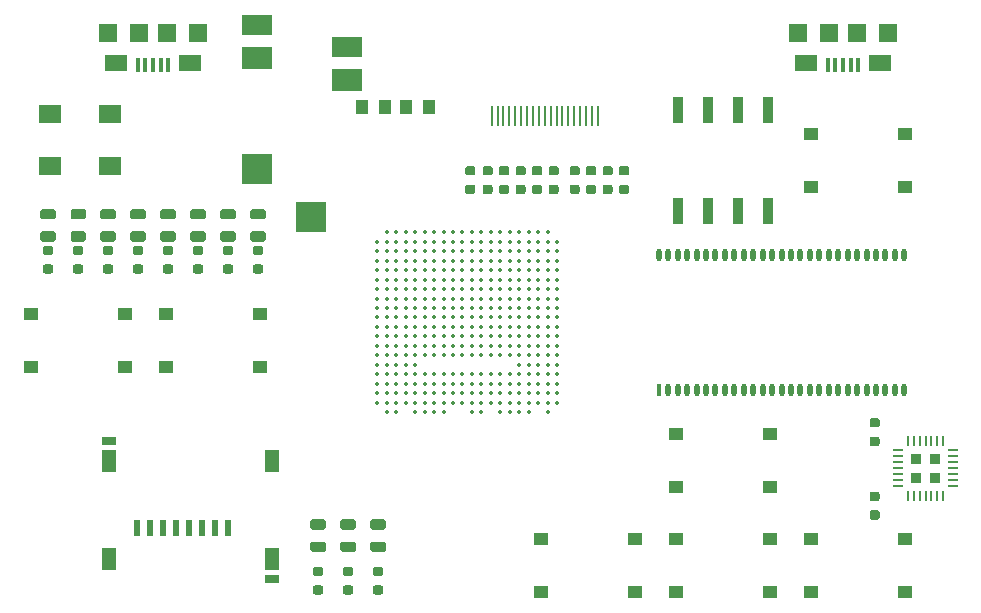
<source format=gtp>
G04 #@! TF.GenerationSoftware,KiCad,Pcbnew,5.0.2+dfsg1-1*
G04 #@! TF.CreationDate,2019-06-05T12:29:05+02:00*
G04 #@! TF.ProjectId,ulx3s,756c7833-732e-46b6-9963-61645f706362,v3.0.7*
G04 #@! TF.SameCoordinates,Original*
G04 #@! TF.FileFunction,Paste,Top*
G04 #@! TF.FilePolarity,Positive*
%FSLAX46Y46*%
G04 Gerber Fmt 4.6, Leading zero omitted, Abs format (unit mm)*
G04 Created by KiCad (PCBNEW 5.0.2+dfsg1-1) date srijeda, 05. lipnja 2019. 12:29:05 CEST*
%MOMM*%
%LPD*%
G01*
G04 APERTURE LIST*
%ADD10R,0.540000X1.340000*%
%ADD11R,1.290000X0.740000*%
%ADD12R,1.290000X1.840000*%
%ADD13R,1.900000X1.500000*%
%ADD14R,2.546000X1.746000*%
%ADD15R,2.546000X1.946000*%
%ADD16R,2.546000X2.546000*%
%ADD17R,1.546000X1.646000*%
%ADD18R,0.300000X1.250000*%
%ADD19R,1.646000X1.646000*%
%ADD20R,1.846000X1.346000*%
%ADD21R,0.920000X2.240000*%
%ADD22R,0.200000X1.800000*%
%ADD23O,0.460000X1.100000*%
%ADD24R,0.460000X1.100000*%
%ADD25C,0.350000*%
%ADD26R,0.875000X0.875000*%
%ADD27O,0.200000X0.850000*%
%ADD28O,0.850000X0.200000*%
%ADD29R,0.850000X0.200000*%
%ADD30C,0.100000*%
%ADD31C,0.775000*%
%ADD32C,0.875000*%
%ADD33R,1.095000X1.200000*%
%ADD34R,1.296000X1.046000*%
G04 APERTURE END LIST*
D10*
G04 #@! TO.C,SD1*
X118250000Y-105250000D03*
X117150000Y-105250000D03*
X116050000Y-105250000D03*
X114950000Y-105250000D03*
X113850000Y-105250000D03*
X112750000Y-105250000D03*
X111650000Y-105250000D03*
X110550000Y-105250000D03*
D11*
X121925000Y-109550000D03*
X108175000Y-97850000D03*
D12*
X108175000Y-107850000D03*
X121925000Y-107850000D03*
X121925000Y-99550000D03*
X108175000Y-99550000D03*
G04 #@! TD*
D13*
G04 #@! TO.C,Y1*
X108212000Y-70160000D03*
X103132000Y-70160000D03*
X103132000Y-74560000D03*
X108212000Y-74560000D03*
G04 #@! TD*
D14*
G04 #@! TO.C,AUDIO1*
X120668000Y-62618000D03*
D15*
X120668000Y-65418000D03*
D16*
X120668000Y-74818000D03*
X125218000Y-78918000D03*
D15*
X128268000Y-67318000D03*
D14*
X128268000Y-64518000D03*
G04 #@! TD*
D17*
G04 #@! TO.C,US2*
X166500000Y-63325000D03*
X174100000Y-63325000D03*
D18*
X169000000Y-66000000D03*
X169650000Y-66000000D03*
X170300000Y-66000000D03*
X170950000Y-66000000D03*
X171600000Y-66000000D03*
D19*
X169100000Y-63325000D03*
X171500000Y-63325000D03*
D20*
X167200000Y-65875000D03*
X173400000Y-65875000D03*
G04 #@! TD*
D17*
G04 #@! TO.C,US1*
X108080000Y-63325000D03*
X115680000Y-63325000D03*
D18*
X110580000Y-66000000D03*
X111230000Y-66000000D03*
X111880000Y-66000000D03*
X112530000Y-66000000D03*
X113180000Y-66000000D03*
D19*
X110680000Y-63325000D03*
X113080000Y-63325000D03*
D20*
X108780000Y-65875000D03*
X114980000Y-65875000D03*
G04 #@! TD*
D21*
G04 #@! TO.C,SW1*
X156330000Y-69815000D03*
X163950000Y-78425000D03*
X158870000Y-69815000D03*
X161410000Y-78425000D03*
X161410000Y-69815000D03*
X158870000Y-78425000D03*
X163950000Y-69815000D03*
X156330000Y-78425000D03*
G04 #@! TD*
D22*
G04 #@! TO.C,GPDI1*
X149546000Y-70312000D03*
X149046000Y-70312000D03*
X148546000Y-70312000D03*
X148046000Y-70312000D03*
X147546000Y-70312000D03*
X147046000Y-70312000D03*
X146546000Y-70312000D03*
X146046000Y-70312000D03*
X145546000Y-70312000D03*
X145046000Y-70312000D03*
X144546000Y-70312000D03*
X144046000Y-70312000D03*
X143546000Y-70312000D03*
X143046000Y-70312000D03*
X142546000Y-70312000D03*
X142046000Y-70312000D03*
X141546000Y-70312000D03*
X141046000Y-70312000D03*
X140546000Y-70312000D03*
G04 #@! TD*
D23*
G04 #@! TO.C,U2*
X175493000Y-82070000D03*
D24*
X154693000Y-93530000D03*
D23*
X155493000Y-93530000D03*
X156293000Y-93530000D03*
X157093000Y-93530000D03*
X157893000Y-93530000D03*
X158693000Y-93530000D03*
X159493000Y-93530000D03*
X160293000Y-93530000D03*
X161093000Y-93530000D03*
X161893000Y-93530000D03*
X162693000Y-93530000D03*
X163493000Y-93530000D03*
X164293000Y-93530000D03*
X165093000Y-93530000D03*
X165893000Y-93530000D03*
X166693000Y-93530000D03*
X167493000Y-93530000D03*
X168293000Y-93530000D03*
X169093000Y-93530000D03*
X169893000Y-93530000D03*
X170693000Y-93530000D03*
X171493000Y-93530000D03*
X172293000Y-93530000D03*
X173093000Y-93530000D03*
X173893000Y-93530000D03*
X174693000Y-93530000D03*
X175493000Y-93530000D03*
X174693000Y-82070000D03*
X173893000Y-82070000D03*
X173093000Y-82070000D03*
X172293000Y-82070000D03*
X171493000Y-82070000D03*
X170693000Y-82070000D03*
X169893000Y-82070000D03*
X169093000Y-82070000D03*
X168293000Y-82070000D03*
X167493000Y-82070000D03*
X166693000Y-82070000D03*
X165893000Y-82070000D03*
X165093000Y-82070000D03*
X164293000Y-82070000D03*
X163493000Y-82070000D03*
X162693000Y-82070000D03*
X161893000Y-82070000D03*
X161093000Y-82070000D03*
X160293000Y-82070000D03*
X159493000Y-82070000D03*
X158693000Y-82070000D03*
X157893000Y-82070000D03*
X157093000Y-82070000D03*
X156293000Y-82070000D03*
X155493000Y-82070000D03*
X154693000Y-82070000D03*
G04 #@! TD*
D25*
G04 #@! TO.C,U1*
X145280000Y-95400000D03*
X143680000Y-95400000D03*
X142880000Y-95400000D03*
X142080000Y-95400000D03*
X141280000Y-95400000D03*
X139680000Y-95400000D03*
X138880000Y-95400000D03*
X136480000Y-95400000D03*
X135680000Y-95400000D03*
X134880000Y-95400000D03*
X134080000Y-95400000D03*
X132480000Y-95400000D03*
X131680000Y-95400000D03*
X146080000Y-94600000D03*
X145280000Y-94600000D03*
X144480000Y-94600000D03*
X143680000Y-94600000D03*
X142880000Y-94600000D03*
X142080000Y-94600000D03*
X141280000Y-94600000D03*
X140480000Y-94600000D03*
X139680000Y-94600000D03*
X138880000Y-94600000D03*
X138080000Y-94600000D03*
X137280000Y-94600000D03*
X136480000Y-94600000D03*
X135680000Y-94600000D03*
X134880000Y-94600000D03*
X134080000Y-94600000D03*
X133280000Y-94600000D03*
X132480000Y-94600000D03*
X131680000Y-94600000D03*
X130880000Y-94600000D03*
X146080000Y-93800000D03*
X145280000Y-93800000D03*
X144480000Y-93800000D03*
X143680000Y-93800000D03*
X142880000Y-93800000D03*
X142080000Y-93800000D03*
X141280000Y-93800000D03*
X140480000Y-93800000D03*
X139680000Y-93800000D03*
X138880000Y-93800000D03*
X138080000Y-93800000D03*
X137280000Y-93800000D03*
X136480000Y-93800000D03*
X135680000Y-93800000D03*
X134880000Y-93800000D03*
X134080000Y-93800000D03*
X133280000Y-93800000D03*
X132480000Y-93800000D03*
X131680000Y-93800000D03*
X130880000Y-93800000D03*
X146080000Y-93000000D03*
X145280000Y-93000000D03*
X144480000Y-93000000D03*
X143680000Y-93000000D03*
X142880000Y-93000000D03*
X142080000Y-93000000D03*
X141280000Y-93000000D03*
X140480000Y-93000000D03*
X139680000Y-93000000D03*
X138880000Y-93000000D03*
X138080000Y-93000000D03*
X137280000Y-93000000D03*
X136480000Y-93000000D03*
X135680000Y-93000000D03*
X134880000Y-93000000D03*
X134080000Y-93000000D03*
X133280000Y-93000000D03*
X132480000Y-93000000D03*
X131680000Y-93000000D03*
X130880000Y-93000000D03*
X146080000Y-92200000D03*
X145280000Y-92200000D03*
X144480000Y-92200000D03*
X143680000Y-92200000D03*
X142880000Y-92200000D03*
X142080000Y-92200000D03*
X141280000Y-92200000D03*
X140480000Y-92200000D03*
X139680000Y-92200000D03*
X138880000Y-92200000D03*
X138080000Y-92200000D03*
X137280000Y-92200000D03*
X136480000Y-92200000D03*
X135680000Y-92200000D03*
X134880000Y-92200000D03*
X134080000Y-92200000D03*
X133280000Y-92200000D03*
X132480000Y-92200000D03*
X131680000Y-92200000D03*
X130880000Y-92200000D03*
X146080000Y-91400000D03*
X145280000Y-91400000D03*
X144480000Y-91400000D03*
X143680000Y-91400000D03*
X142880000Y-91400000D03*
X134080000Y-91400000D03*
X133280000Y-91400000D03*
X132480000Y-91400000D03*
X131680000Y-91400000D03*
X130880000Y-91400000D03*
X146080000Y-90600000D03*
X145280000Y-90600000D03*
X144480000Y-90600000D03*
X143680000Y-90600000D03*
X142880000Y-90600000D03*
X142080000Y-90600000D03*
X141280000Y-90600000D03*
X140480000Y-90600000D03*
X139680000Y-90600000D03*
X138880000Y-90600000D03*
X138080000Y-90600000D03*
X137280000Y-90600000D03*
X136480000Y-90600000D03*
X135680000Y-90600000D03*
X134880000Y-90600000D03*
X134080000Y-90600000D03*
X133280000Y-90600000D03*
X132480000Y-90600000D03*
X131680000Y-90600000D03*
X130880000Y-90600000D03*
X146080000Y-89800000D03*
X145280000Y-89800000D03*
X144480000Y-89800000D03*
X143680000Y-89800000D03*
X142880000Y-89800000D03*
X142080000Y-89800000D03*
X141280000Y-89800000D03*
X140480000Y-89800000D03*
X139680000Y-89800000D03*
X138880000Y-89800000D03*
X138080000Y-89800000D03*
X137280000Y-89800000D03*
X136480000Y-89800000D03*
X135680000Y-89800000D03*
X134880000Y-89800000D03*
X134080000Y-89800000D03*
X133280000Y-89800000D03*
X132480000Y-89800000D03*
X131680000Y-89800000D03*
X130880000Y-89800000D03*
X146080000Y-89000000D03*
X145280000Y-89000000D03*
X144480000Y-89000000D03*
X143680000Y-89000000D03*
X142880000Y-89000000D03*
X142080000Y-89000000D03*
X141280000Y-89000000D03*
X140480000Y-89000000D03*
X139680000Y-89000000D03*
X138880000Y-89000000D03*
X138080000Y-89000000D03*
X137280000Y-89000000D03*
X136480000Y-89000000D03*
X135680000Y-89000000D03*
X134880000Y-89000000D03*
X134080000Y-89000000D03*
X133280000Y-89000000D03*
X132480000Y-89000000D03*
X131680000Y-89000000D03*
X130880000Y-89000000D03*
X146080000Y-88200000D03*
X145280000Y-88200000D03*
X144480000Y-88200000D03*
X143680000Y-88200000D03*
X142880000Y-88200000D03*
X142080000Y-88200000D03*
X141280000Y-88200000D03*
X140480000Y-88200000D03*
X139680000Y-88200000D03*
X138880000Y-88200000D03*
X138080000Y-88200000D03*
X137280000Y-88200000D03*
X136480000Y-88200000D03*
X135680000Y-88200000D03*
X134880000Y-88200000D03*
X134080000Y-88200000D03*
X133280000Y-88200000D03*
X132480000Y-88200000D03*
X131680000Y-88200000D03*
X130880000Y-88200000D03*
X146080000Y-87400000D03*
X145280000Y-87400000D03*
X144480000Y-87400000D03*
X143680000Y-87400000D03*
X142880000Y-87400000D03*
X142080000Y-87400000D03*
X141280000Y-87400000D03*
X140480000Y-87400000D03*
X139680000Y-87400000D03*
X138880000Y-87400000D03*
X138080000Y-87400000D03*
X137280000Y-87400000D03*
X136480000Y-87400000D03*
X135680000Y-87400000D03*
X134880000Y-87400000D03*
X134080000Y-87400000D03*
X133280000Y-87400000D03*
X132480000Y-87400000D03*
X131680000Y-87400000D03*
X130880000Y-87400000D03*
X146080000Y-86600000D03*
X145280000Y-86600000D03*
X144480000Y-86600000D03*
X143680000Y-86600000D03*
X142880000Y-86600000D03*
X142080000Y-86600000D03*
X141280000Y-86600000D03*
X140480000Y-86600000D03*
X139680000Y-86600000D03*
X138880000Y-86600000D03*
X138080000Y-86600000D03*
X137280000Y-86600000D03*
X136480000Y-86600000D03*
X135680000Y-86600000D03*
X134880000Y-86600000D03*
X134080000Y-86600000D03*
X133280000Y-86600000D03*
X132480000Y-86600000D03*
X131680000Y-86600000D03*
X130880000Y-86600000D03*
X146080000Y-85800000D03*
X145280000Y-85800000D03*
X144480000Y-85800000D03*
X143680000Y-85800000D03*
X142880000Y-85800000D03*
X142080000Y-85800000D03*
X141280000Y-85800000D03*
X140480000Y-85800000D03*
X139680000Y-85800000D03*
X138880000Y-85800000D03*
X138080000Y-85800000D03*
X137280000Y-85800000D03*
X136480000Y-85800000D03*
X135680000Y-85800000D03*
X134880000Y-85800000D03*
X134080000Y-85800000D03*
X133280000Y-85800000D03*
X132480000Y-85800000D03*
X131680000Y-85800000D03*
X130880000Y-85800000D03*
X146080000Y-85000000D03*
X145280000Y-85000000D03*
X144480000Y-85000000D03*
X143680000Y-85000000D03*
X142880000Y-85000000D03*
X142080000Y-85000000D03*
X141280000Y-85000000D03*
X140480000Y-85000000D03*
X139680000Y-85000000D03*
X138880000Y-85000000D03*
X138080000Y-85000000D03*
X137280000Y-85000000D03*
X136480000Y-85000000D03*
X135680000Y-85000000D03*
X134880000Y-85000000D03*
X134080000Y-85000000D03*
X133280000Y-85000000D03*
X132480000Y-85000000D03*
X131680000Y-85000000D03*
X130880000Y-85000000D03*
X146080000Y-84200000D03*
X145280000Y-84200000D03*
X144480000Y-84200000D03*
X143680000Y-84200000D03*
X142880000Y-84200000D03*
X142080000Y-84200000D03*
X141280000Y-84200000D03*
X140480000Y-84200000D03*
X139680000Y-84200000D03*
X138880000Y-84200000D03*
X138080000Y-84200000D03*
X137280000Y-84200000D03*
X136480000Y-84200000D03*
X135680000Y-84200000D03*
X134880000Y-84200000D03*
X134080000Y-84200000D03*
X133280000Y-84200000D03*
X132480000Y-84200000D03*
X131680000Y-84200000D03*
X130880000Y-84200000D03*
X146080000Y-83400000D03*
X145280000Y-83400000D03*
X144480000Y-83400000D03*
X143680000Y-83400000D03*
X142880000Y-83400000D03*
X142080000Y-83400000D03*
X141280000Y-83400000D03*
X140480000Y-83400000D03*
X139680000Y-83400000D03*
X138880000Y-83400000D03*
X138080000Y-83400000D03*
X137280000Y-83400000D03*
X136480000Y-83400000D03*
X135680000Y-83400000D03*
X134880000Y-83400000D03*
X134080000Y-83400000D03*
X133280000Y-83400000D03*
X132480000Y-83400000D03*
X131680000Y-83400000D03*
X130880000Y-83400000D03*
X146080000Y-82600000D03*
X145280000Y-82600000D03*
X144480000Y-82600000D03*
X143680000Y-82600000D03*
X142880000Y-82600000D03*
X142080000Y-82600000D03*
X141280000Y-82600000D03*
X140480000Y-82600000D03*
X139680000Y-82600000D03*
X138880000Y-82600000D03*
X138080000Y-82600000D03*
X137280000Y-82600000D03*
X136480000Y-82600000D03*
X135680000Y-82600000D03*
X134880000Y-82600000D03*
X134080000Y-82600000D03*
X133280000Y-82600000D03*
X132480000Y-82600000D03*
X131680000Y-82600000D03*
X130880000Y-82600000D03*
X146080000Y-81800000D03*
X145280000Y-81800000D03*
X144480000Y-81800000D03*
X143680000Y-81800000D03*
X142880000Y-81800000D03*
X142080000Y-81800000D03*
X141280000Y-81800000D03*
X140480000Y-81800000D03*
X139680000Y-81800000D03*
X138880000Y-81800000D03*
X138080000Y-81800000D03*
X137280000Y-81800000D03*
X136480000Y-81800000D03*
X135680000Y-81800000D03*
X134880000Y-81800000D03*
X134080000Y-81800000D03*
X133280000Y-81800000D03*
X132480000Y-81800000D03*
X131680000Y-81800000D03*
X130880000Y-81800000D03*
X146080000Y-81000000D03*
X145280000Y-81000000D03*
X144480000Y-81000000D03*
X143680000Y-81000000D03*
X142880000Y-81000000D03*
X142080000Y-81000000D03*
X141280000Y-81000000D03*
X140480000Y-81000000D03*
X139680000Y-81000000D03*
X138880000Y-81000000D03*
X138080000Y-81000000D03*
X137280000Y-81000000D03*
X136480000Y-81000000D03*
X135680000Y-81000000D03*
X134880000Y-81000000D03*
X134080000Y-81000000D03*
X133280000Y-81000000D03*
X132480000Y-81000000D03*
X131680000Y-81000000D03*
X130880000Y-81000000D03*
X145280000Y-80200000D03*
X144480000Y-80200000D03*
X143680000Y-80200000D03*
X142880000Y-80200000D03*
X142080000Y-80200000D03*
X141280000Y-80200000D03*
X140480000Y-80200000D03*
X139680000Y-80200000D03*
X138880000Y-80200000D03*
X138080000Y-80200000D03*
X137280000Y-80200000D03*
X136480000Y-80200000D03*
X135680000Y-80200000D03*
X134880000Y-80200000D03*
X134080000Y-80200000D03*
X133280000Y-80200000D03*
X132480000Y-80200000D03*
X131680000Y-80200000D03*
G04 #@! TD*
D26*
G04 #@! TO.C,U8*
X178097500Y-100967500D03*
X178097500Y-99342500D03*
X176472500Y-100967500D03*
X176472500Y-99342500D03*
D27*
X178785000Y-102495000D03*
X178285000Y-102495000D03*
X177785000Y-102495000D03*
X177285000Y-102495000D03*
X176785000Y-102495000D03*
X176285000Y-102495000D03*
X175785000Y-102495000D03*
D28*
X174945000Y-101655000D03*
X174945000Y-101155000D03*
X174945000Y-100655000D03*
X174945000Y-100155000D03*
X174945000Y-99655000D03*
X174945000Y-99155000D03*
X174945000Y-98655000D03*
D27*
X175785000Y-97815000D03*
X176285000Y-97815000D03*
X176785000Y-97815000D03*
X177285000Y-97815000D03*
X177785000Y-97815000D03*
X178285000Y-97815000D03*
X178785000Y-97815000D03*
D28*
X179625000Y-98655000D03*
X179625000Y-99155000D03*
X179625000Y-99655000D03*
X179625000Y-100155000D03*
X179625000Y-100655000D03*
X179625000Y-101155000D03*
D29*
X179625000Y-101655000D03*
G04 #@! TD*
D30*
G04 #@! TO.C,C37*
G36*
X152008241Y-74596933D02*
X152027049Y-74599723D01*
X152045493Y-74604343D01*
X152063395Y-74610748D01*
X152080583Y-74618878D01*
X152096892Y-74628653D01*
X152112164Y-74639979D01*
X152126252Y-74652748D01*
X152139021Y-74666836D01*
X152150347Y-74682108D01*
X152160122Y-74698417D01*
X152168252Y-74715605D01*
X152174657Y-74733507D01*
X152179277Y-74751951D01*
X152182067Y-74770759D01*
X152183000Y-74789750D01*
X152183000Y-75177250D01*
X152182067Y-75196241D01*
X152179277Y-75215049D01*
X152174657Y-75233493D01*
X152168252Y-75251395D01*
X152160122Y-75268583D01*
X152150347Y-75284892D01*
X152139021Y-75300164D01*
X152126252Y-75314252D01*
X152112164Y-75327021D01*
X152096892Y-75338347D01*
X152080583Y-75348122D01*
X152063395Y-75356252D01*
X152045493Y-75362657D01*
X152027049Y-75367277D01*
X152008241Y-75370067D01*
X151989250Y-75371000D01*
X151526750Y-75371000D01*
X151507759Y-75370067D01*
X151488951Y-75367277D01*
X151470507Y-75362657D01*
X151452605Y-75356252D01*
X151435417Y-75348122D01*
X151419108Y-75338347D01*
X151403836Y-75327021D01*
X151389748Y-75314252D01*
X151376979Y-75300164D01*
X151365653Y-75284892D01*
X151355878Y-75268583D01*
X151347748Y-75251395D01*
X151341343Y-75233493D01*
X151336723Y-75215049D01*
X151333933Y-75196241D01*
X151333000Y-75177250D01*
X151333000Y-74789750D01*
X151333933Y-74770759D01*
X151336723Y-74751951D01*
X151341343Y-74733507D01*
X151347748Y-74715605D01*
X151355878Y-74698417D01*
X151365653Y-74682108D01*
X151376979Y-74666836D01*
X151389748Y-74652748D01*
X151403836Y-74639979D01*
X151419108Y-74628653D01*
X151435417Y-74618878D01*
X151452605Y-74610748D01*
X151470507Y-74604343D01*
X151488951Y-74599723D01*
X151507759Y-74596933D01*
X151526750Y-74596000D01*
X151989250Y-74596000D01*
X152008241Y-74596933D01*
X152008241Y-74596933D01*
G37*
D31*
X151758000Y-74983500D03*
D30*
G36*
X152008241Y-76171933D02*
X152027049Y-76174723D01*
X152045493Y-76179343D01*
X152063395Y-76185748D01*
X152080583Y-76193878D01*
X152096892Y-76203653D01*
X152112164Y-76214979D01*
X152126252Y-76227748D01*
X152139021Y-76241836D01*
X152150347Y-76257108D01*
X152160122Y-76273417D01*
X152168252Y-76290605D01*
X152174657Y-76308507D01*
X152179277Y-76326951D01*
X152182067Y-76345759D01*
X152183000Y-76364750D01*
X152183000Y-76752250D01*
X152182067Y-76771241D01*
X152179277Y-76790049D01*
X152174657Y-76808493D01*
X152168252Y-76826395D01*
X152160122Y-76843583D01*
X152150347Y-76859892D01*
X152139021Y-76875164D01*
X152126252Y-76889252D01*
X152112164Y-76902021D01*
X152096892Y-76913347D01*
X152080583Y-76923122D01*
X152063395Y-76931252D01*
X152045493Y-76937657D01*
X152027049Y-76942277D01*
X152008241Y-76945067D01*
X151989250Y-76946000D01*
X151526750Y-76946000D01*
X151507759Y-76945067D01*
X151488951Y-76942277D01*
X151470507Y-76937657D01*
X151452605Y-76931252D01*
X151435417Y-76923122D01*
X151419108Y-76913347D01*
X151403836Y-76902021D01*
X151389748Y-76889252D01*
X151376979Y-76875164D01*
X151365653Y-76859892D01*
X151355878Y-76843583D01*
X151347748Y-76826395D01*
X151341343Y-76808493D01*
X151336723Y-76790049D01*
X151333933Y-76771241D01*
X151333000Y-76752250D01*
X151333000Y-76364750D01*
X151333933Y-76345759D01*
X151336723Y-76326951D01*
X151341343Y-76308507D01*
X151347748Y-76290605D01*
X151355878Y-76273417D01*
X151365653Y-76257108D01*
X151376979Y-76241836D01*
X151389748Y-76227748D01*
X151403836Y-76214979D01*
X151419108Y-76203653D01*
X151435417Y-76193878D01*
X151452605Y-76185748D01*
X151470507Y-76179343D01*
X151488951Y-76174723D01*
X151507759Y-76171933D01*
X151526750Y-76171000D01*
X151989250Y-76171000D01*
X152008241Y-76171933D01*
X152008241Y-76171933D01*
G37*
D31*
X151758000Y-76558500D03*
G04 #@! TD*
D30*
G04 #@! TO.C,C36*
G36*
X150611241Y-74596933D02*
X150630049Y-74599723D01*
X150648493Y-74604343D01*
X150666395Y-74610748D01*
X150683583Y-74618878D01*
X150699892Y-74628653D01*
X150715164Y-74639979D01*
X150729252Y-74652748D01*
X150742021Y-74666836D01*
X150753347Y-74682108D01*
X150763122Y-74698417D01*
X150771252Y-74715605D01*
X150777657Y-74733507D01*
X150782277Y-74751951D01*
X150785067Y-74770759D01*
X150786000Y-74789750D01*
X150786000Y-75177250D01*
X150785067Y-75196241D01*
X150782277Y-75215049D01*
X150777657Y-75233493D01*
X150771252Y-75251395D01*
X150763122Y-75268583D01*
X150753347Y-75284892D01*
X150742021Y-75300164D01*
X150729252Y-75314252D01*
X150715164Y-75327021D01*
X150699892Y-75338347D01*
X150683583Y-75348122D01*
X150666395Y-75356252D01*
X150648493Y-75362657D01*
X150630049Y-75367277D01*
X150611241Y-75370067D01*
X150592250Y-75371000D01*
X150129750Y-75371000D01*
X150110759Y-75370067D01*
X150091951Y-75367277D01*
X150073507Y-75362657D01*
X150055605Y-75356252D01*
X150038417Y-75348122D01*
X150022108Y-75338347D01*
X150006836Y-75327021D01*
X149992748Y-75314252D01*
X149979979Y-75300164D01*
X149968653Y-75284892D01*
X149958878Y-75268583D01*
X149950748Y-75251395D01*
X149944343Y-75233493D01*
X149939723Y-75215049D01*
X149936933Y-75196241D01*
X149936000Y-75177250D01*
X149936000Y-74789750D01*
X149936933Y-74770759D01*
X149939723Y-74751951D01*
X149944343Y-74733507D01*
X149950748Y-74715605D01*
X149958878Y-74698417D01*
X149968653Y-74682108D01*
X149979979Y-74666836D01*
X149992748Y-74652748D01*
X150006836Y-74639979D01*
X150022108Y-74628653D01*
X150038417Y-74618878D01*
X150055605Y-74610748D01*
X150073507Y-74604343D01*
X150091951Y-74599723D01*
X150110759Y-74596933D01*
X150129750Y-74596000D01*
X150592250Y-74596000D01*
X150611241Y-74596933D01*
X150611241Y-74596933D01*
G37*
D31*
X150361000Y-74983500D03*
D30*
G36*
X150611241Y-76171933D02*
X150630049Y-76174723D01*
X150648493Y-76179343D01*
X150666395Y-76185748D01*
X150683583Y-76193878D01*
X150699892Y-76203653D01*
X150715164Y-76214979D01*
X150729252Y-76227748D01*
X150742021Y-76241836D01*
X150753347Y-76257108D01*
X150763122Y-76273417D01*
X150771252Y-76290605D01*
X150777657Y-76308507D01*
X150782277Y-76326951D01*
X150785067Y-76345759D01*
X150786000Y-76364750D01*
X150786000Y-76752250D01*
X150785067Y-76771241D01*
X150782277Y-76790049D01*
X150777657Y-76808493D01*
X150771252Y-76826395D01*
X150763122Y-76843583D01*
X150753347Y-76859892D01*
X150742021Y-76875164D01*
X150729252Y-76889252D01*
X150715164Y-76902021D01*
X150699892Y-76913347D01*
X150683583Y-76923122D01*
X150666395Y-76931252D01*
X150648493Y-76937657D01*
X150630049Y-76942277D01*
X150611241Y-76945067D01*
X150592250Y-76946000D01*
X150129750Y-76946000D01*
X150110759Y-76945067D01*
X150091951Y-76942277D01*
X150073507Y-76937657D01*
X150055605Y-76931252D01*
X150038417Y-76923122D01*
X150022108Y-76913347D01*
X150006836Y-76902021D01*
X149992748Y-76889252D01*
X149979979Y-76875164D01*
X149968653Y-76859892D01*
X149958878Y-76843583D01*
X149950748Y-76826395D01*
X149944343Y-76808493D01*
X149939723Y-76790049D01*
X149936933Y-76771241D01*
X149936000Y-76752250D01*
X149936000Y-76364750D01*
X149936933Y-76345759D01*
X149939723Y-76326951D01*
X149944343Y-76308507D01*
X149950748Y-76290605D01*
X149958878Y-76273417D01*
X149968653Y-76257108D01*
X149979979Y-76241836D01*
X149992748Y-76227748D01*
X150006836Y-76214979D01*
X150022108Y-76203653D01*
X150038417Y-76193878D01*
X150055605Y-76185748D01*
X150073507Y-76179343D01*
X150091951Y-76174723D01*
X150110759Y-76171933D01*
X150129750Y-76171000D01*
X150592250Y-76171000D01*
X150611241Y-76171933D01*
X150611241Y-76171933D01*
G37*
D31*
X150361000Y-76558500D03*
G04 #@! TD*
D30*
G04 #@! TO.C,C41*
G36*
X149214241Y-74596933D02*
X149233049Y-74599723D01*
X149251493Y-74604343D01*
X149269395Y-74610748D01*
X149286583Y-74618878D01*
X149302892Y-74628653D01*
X149318164Y-74639979D01*
X149332252Y-74652748D01*
X149345021Y-74666836D01*
X149356347Y-74682108D01*
X149366122Y-74698417D01*
X149374252Y-74715605D01*
X149380657Y-74733507D01*
X149385277Y-74751951D01*
X149388067Y-74770759D01*
X149389000Y-74789750D01*
X149389000Y-75177250D01*
X149388067Y-75196241D01*
X149385277Y-75215049D01*
X149380657Y-75233493D01*
X149374252Y-75251395D01*
X149366122Y-75268583D01*
X149356347Y-75284892D01*
X149345021Y-75300164D01*
X149332252Y-75314252D01*
X149318164Y-75327021D01*
X149302892Y-75338347D01*
X149286583Y-75348122D01*
X149269395Y-75356252D01*
X149251493Y-75362657D01*
X149233049Y-75367277D01*
X149214241Y-75370067D01*
X149195250Y-75371000D01*
X148732750Y-75371000D01*
X148713759Y-75370067D01*
X148694951Y-75367277D01*
X148676507Y-75362657D01*
X148658605Y-75356252D01*
X148641417Y-75348122D01*
X148625108Y-75338347D01*
X148609836Y-75327021D01*
X148595748Y-75314252D01*
X148582979Y-75300164D01*
X148571653Y-75284892D01*
X148561878Y-75268583D01*
X148553748Y-75251395D01*
X148547343Y-75233493D01*
X148542723Y-75215049D01*
X148539933Y-75196241D01*
X148539000Y-75177250D01*
X148539000Y-74789750D01*
X148539933Y-74770759D01*
X148542723Y-74751951D01*
X148547343Y-74733507D01*
X148553748Y-74715605D01*
X148561878Y-74698417D01*
X148571653Y-74682108D01*
X148582979Y-74666836D01*
X148595748Y-74652748D01*
X148609836Y-74639979D01*
X148625108Y-74628653D01*
X148641417Y-74618878D01*
X148658605Y-74610748D01*
X148676507Y-74604343D01*
X148694951Y-74599723D01*
X148713759Y-74596933D01*
X148732750Y-74596000D01*
X149195250Y-74596000D01*
X149214241Y-74596933D01*
X149214241Y-74596933D01*
G37*
D31*
X148964000Y-74983500D03*
D30*
G36*
X149214241Y-76171933D02*
X149233049Y-76174723D01*
X149251493Y-76179343D01*
X149269395Y-76185748D01*
X149286583Y-76193878D01*
X149302892Y-76203653D01*
X149318164Y-76214979D01*
X149332252Y-76227748D01*
X149345021Y-76241836D01*
X149356347Y-76257108D01*
X149366122Y-76273417D01*
X149374252Y-76290605D01*
X149380657Y-76308507D01*
X149385277Y-76326951D01*
X149388067Y-76345759D01*
X149389000Y-76364750D01*
X149389000Y-76752250D01*
X149388067Y-76771241D01*
X149385277Y-76790049D01*
X149380657Y-76808493D01*
X149374252Y-76826395D01*
X149366122Y-76843583D01*
X149356347Y-76859892D01*
X149345021Y-76875164D01*
X149332252Y-76889252D01*
X149318164Y-76902021D01*
X149302892Y-76913347D01*
X149286583Y-76923122D01*
X149269395Y-76931252D01*
X149251493Y-76937657D01*
X149233049Y-76942277D01*
X149214241Y-76945067D01*
X149195250Y-76946000D01*
X148732750Y-76946000D01*
X148713759Y-76945067D01*
X148694951Y-76942277D01*
X148676507Y-76937657D01*
X148658605Y-76931252D01*
X148641417Y-76923122D01*
X148625108Y-76913347D01*
X148609836Y-76902021D01*
X148595748Y-76889252D01*
X148582979Y-76875164D01*
X148571653Y-76859892D01*
X148561878Y-76843583D01*
X148553748Y-76826395D01*
X148547343Y-76808493D01*
X148542723Y-76790049D01*
X148539933Y-76771241D01*
X148539000Y-76752250D01*
X148539000Y-76364750D01*
X148539933Y-76345759D01*
X148542723Y-76326951D01*
X148547343Y-76308507D01*
X148553748Y-76290605D01*
X148561878Y-76273417D01*
X148571653Y-76257108D01*
X148582979Y-76241836D01*
X148595748Y-76227748D01*
X148609836Y-76214979D01*
X148625108Y-76203653D01*
X148641417Y-76193878D01*
X148658605Y-76185748D01*
X148676507Y-76179343D01*
X148694951Y-76174723D01*
X148713759Y-76171933D01*
X148732750Y-76171000D01*
X149195250Y-76171000D01*
X149214241Y-76171933D01*
X149214241Y-76171933D01*
G37*
D31*
X148964000Y-76558500D03*
G04 #@! TD*
D30*
G04 #@! TO.C,C45*
G36*
X147817241Y-74584933D02*
X147836049Y-74587723D01*
X147854493Y-74592343D01*
X147872395Y-74598748D01*
X147889583Y-74606878D01*
X147905892Y-74616653D01*
X147921164Y-74627979D01*
X147935252Y-74640748D01*
X147948021Y-74654836D01*
X147959347Y-74670108D01*
X147969122Y-74686417D01*
X147977252Y-74703605D01*
X147983657Y-74721507D01*
X147988277Y-74739951D01*
X147991067Y-74758759D01*
X147992000Y-74777750D01*
X147992000Y-75165250D01*
X147991067Y-75184241D01*
X147988277Y-75203049D01*
X147983657Y-75221493D01*
X147977252Y-75239395D01*
X147969122Y-75256583D01*
X147959347Y-75272892D01*
X147948021Y-75288164D01*
X147935252Y-75302252D01*
X147921164Y-75315021D01*
X147905892Y-75326347D01*
X147889583Y-75336122D01*
X147872395Y-75344252D01*
X147854493Y-75350657D01*
X147836049Y-75355277D01*
X147817241Y-75358067D01*
X147798250Y-75359000D01*
X147335750Y-75359000D01*
X147316759Y-75358067D01*
X147297951Y-75355277D01*
X147279507Y-75350657D01*
X147261605Y-75344252D01*
X147244417Y-75336122D01*
X147228108Y-75326347D01*
X147212836Y-75315021D01*
X147198748Y-75302252D01*
X147185979Y-75288164D01*
X147174653Y-75272892D01*
X147164878Y-75256583D01*
X147156748Y-75239395D01*
X147150343Y-75221493D01*
X147145723Y-75203049D01*
X147142933Y-75184241D01*
X147142000Y-75165250D01*
X147142000Y-74777750D01*
X147142933Y-74758759D01*
X147145723Y-74739951D01*
X147150343Y-74721507D01*
X147156748Y-74703605D01*
X147164878Y-74686417D01*
X147174653Y-74670108D01*
X147185979Y-74654836D01*
X147198748Y-74640748D01*
X147212836Y-74627979D01*
X147228108Y-74616653D01*
X147244417Y-74606878D01*
X147261605Y-74598748D01*
X147279507Y-74592343D01*
X147297951Y-74587723D01*
X147316759Y-74584933D01*
X147335750Y-74584000D01*
X147798250Y-74584000D01*
X147817241Y-74584933D01*
X147817241Y-74584933D01*
G37*
D31*
X147567000Y-74971500D03*
D30*
G36*
X147817241Y-76159933D02*
X147836049Y-76162723D01*
X147854493Y-76167343D01*
X147872395Y-76173748D01*
X147889583Y-76181878D01*
X147905892Y-76191653D01*
X147921164Y-76202979D01*
X147935252Y-76215748D01*
X147948021Y-76229836D01*
X147959347Y-76245108D01*
X147969122Y-76261417D01*
X147977252Y-76278605D01*
X147983657Y-76296507D01*
X147988277Y-76314951D01*
X147991067Y-76333759D01*
X147992000Y-76352750D01*
X147992000Y-76740250D01*
X147991067Y-76759241D01*
X147988277Y-76778049D01*
X147983657Y-76796493D01*
X147977252Y-76814395D01*
X147969122Y-76831583D01*
X147959347Y-76847892D01*
X147948021Y-76863164D01*
X147935252Y-76877252D01*
X147921164Y-76890021D01*
X147905892Y-76901347D01*
X147889583Y-76911122D01*
X147872395Y-76919252D01*
X147854493Y-76925657D01*
X147836049Y-76930277D01*
X147817241Y-76933067D01*
X147798250Y-76934000D01*
X147335750Y-76934000D01*
X147316759Y-76933067D01*
X147297951Y-76930277D01*
X147279507Y-76925657D01*
X147261605Y-76919252D01*
X147244417Y-76911122D01*
X147228108Y-76901347D01*
X147212836Y-76890021D01*
X147198748Y-76877252D01*
X147185979Y-76863164D01*
X147174653Y-76847892D01*
X147164878Y-76831583D01*
X147156748Y-76814395D01*
X147150343Y-76796493D01*
X147145723Y-76778049D01*
X147142933Y-76759241D01*
X147142000Y-76740250D01*
X147142000Y-76352750D01*
X147142933Y-76333759D01*
X147145723Y-76314951D01*
X147150343Y-76296507D01*
X147156748Y-76278605D01*
X147164878Y-76261417D01*
X147174653Y-76245108D01*
X147185979Y-76229836D01*
X147198748Y-76215748D01*
X147212836Y-76202979D01*
X147228108Y-76191653D01*
X147244417Y-76181878D01*
X147261605Y-76173748D01*
X147279507Y-76167343D01*
X147297951Y-76162723D01*
X147316759Y-76159933D01*
X147335750Y-76159000D01*
X147798250Y-76159000D01*
X147817241Y-76159933D01*
X147817241Y-76159933D01*
G37*
D31*
X147567000Y-76546500D03*
G04 #@! TD*
D30*
G04 #@! TO.C,C40*
G36*
X146039241Y-74596933D02*
X146058049Y-74599723D01*
X146076493Y-74604343D01*
X146094395Y-74610748D01*
X146111583Y-74618878D01*
X146127892Y-74628653D01*
X146143164Y-74639979D01*
X146157252Y-74652748D01*
X146170021Y-74666836D01*
X146181347Y-74682108D01*
X146191122Y-74698417D01*
X146199252Y-74715605D01*
X146205657Y-74733507D01*
X146210277Y-74751951D01*
X146213067Y-74770759D01*
X146214000Y-74789750D01*
X146214000Y-75177250D01*
X146213067Y-75196241D01*
X146210277Y-75215049D01*
X146205657Y-75233493D01*
X146199252Y-75251395D01*
X146191122Y-75268583D01*
X146181347Y-75284892D01*
X146170021Y-75300164D01*
X146157252Y-75314252D01*
X146143164Y-75327021D01*
X146127892Y-75338347D01*
X146111583Y-75348122D01*
X146094395Y-75356252D01*
X146076493Y-75362657D01*
X146058049Y-75367277D01*
X146039241Y-75370067D01*
X146020250Y-75371000D01*
X145557750Y-75371000D01*
X145538759Y-75370067D01*
X145519951Y-75367277D01*
X145501507Y-75362657D01*
X145483605Y-75356252D01*
X145466417Y-75348122D01*
X145450108Y-75338347D01*
X145434836Y-75327021D01*
X145420748Y-75314252D01*
X145407979Y-75300164D01*
X145396653Y-75284892D01*
X145386878Y-75268583D01*
X145378748Y-75251395D01*
X145372343Y-75233493D01*
X145367723Y-75215049D01*
X145364933Y-75196241D01*
X145364000Y-75177250D01*
X145364000Y-74789750D01*
X145364933Y-74770759D01*
X145367723Y-74751951D01*
X145372343Y-74733507D01*
X145378748Y-74715605D01*
X145386878Y-74698417D01*
X145396653Y-74682108D01*
X145407979Y-74666836D01*
X145420748Y-74652748D01*
X145434836Y-74639979D01*
X145450108Y-74628653D01*
X145466417Y-74618878D01*
X145483605Y-74610748D01*
X145501507Y-74604343D01*
X145519951Y-74599723D01*
X145538759Y-74596933D01*
X145557750Y-74596000D01*
X146020250Y-74596000D01*
X146039241Y-74596933D01*
X146039241Y-74596933D01*
G37*
D31*
X145789000Y-74983500D03*
D30*
G36*
X146039241Y-76171933D02*
X146058049Y-76174723D01*
X146076493Y-76179343D01*
X146094395Y-76185748D01*
X146111583Y-76193878D01*
X146127892Y-76203653D01*
X146143164Y-76214979D01*
X146157252Y-76227748D01*
X146170021Y-76241836D01*
X146181347Y-76257108D01*
X146191122Y-76273417D01*
X146199252Y-76290605D01*
X146205657Y-76308507D01*
X146210277Y-76326951D01*
X146213067Y-76345759D01*
X146214000Y-76364750D01*
X146214000Y-76752250D01*
X146213067Y-76771241D01*
X146210277Y-76790049D01*
X146205657Y-76808493D01*
X146199252Y-76826395D01*
X146191122Y-76843583D01*
X146181347Y-76859892D01*
X146170021Y-76875164D01*
X146157252Y-76889252D01*
X146143164Y-76902021D01*
X146127892Y-76913347D01*
X146111583Y-76923122D01*
X146094395Y-76931252D01*
X146076493Y-76937657D01*
X146058049Y-76942277D01*
X146039241Y-76945067D01*
X146020250Y-76946000D01*
X145557750Y-76946000D01*
X145538759Y-76945067D01*
X145519951Y-76942277D01*
X145501507Y-76937657D01*
X145483605Y-76931252D01*
X145466417Y-76923122D01*
X145450108Y-76913347D01*
X145434836Y-76902021D01*
X145420748Y-76889252D01*
X145407979Y-76875164D01*
X145396653Y-76859892D01*
X145386878Y-76843583D01*
X145378748Y-76826395D01*
X145372343Y-76808493D01*
X145367723Y-76790049D01*
X145364933Y-76771241D01*
X145364000Y-76752250D01*
X145364000Y-76364750D01*
X145364933Y-76345759D01*
X145367723Y-76326951D01*
X145372343Y-76308507D01*
X145378748Y-76290605D01*
X145386878Y-76273417D01*
X145396653Y-76257108D01*
X145407979Y-76241836D01*
X145420748Y-76227748D01*
X145434836Y-76214979D01*
X145450108Y-76203653D01*
X145466417Y-76193878D01*
X145483605Y-76185748D01*
X145501507Y-76179343D01*
X145519951Y-76174723D01*
X145538759Y-76171933D01*
X145557750Y-76171000D01*
X146020250Y-76171000D01*
X146039241Y-76171933D01*
X146039241Y-76171933D01*
G37*
D31*
X145789000Y-76558500D03*
G04 #@! TD*
D30*
G04 #@! TO.C,C44*
G36*
X144642241Y-74596933D02*
X144661049Y-74599723D01*
X144679493Y-74604343D01*
X144697395Y-74610748D01*
X144714583Y-74618878D01*
X144730892Y-74628653D01*
X144746164Y-74639979D01*
X144760252Y-74652748D01*
X144773021Y-74666836D01*
X144784347Y-74682108D01*
X144794122Y-74698417D01*
X144802252Y-74715605D01*
X144808657Y-74733507D01*
X144813277Y-74751951D01*
X144816067Y-74770759D01*
X144817000Y-74789750D01*
X144817000Y-75177250D01*
X144816067Y-75196241D01*
X144813277Y-75215049D01*
X144808657Y-75233493D01*
X144802252Y-75251395D01*
X144794122Y-75268583D01*
X144784347Y-75284892D01*
X144773021Y-75300164D01*
X144760252Y-75314252D01*
X144746164Y-75327021D01*
X144730892Y-75338347D01*
X144714583Y-75348122D01*
X144697395Y-75356252D01*
X144679493Y-75362657D01*
X144661049Y-75367277D01*
X144642241Y-75370067D01*
X144623250Y-75371000D01*
X144160750Y-75371000D01*
X144141759Y-75370067D01*
X144122951Y-75367277D01*
X144104507Y-75362657D01*
X144086605Y-75356252D01*
X144069417Y-75348122D01*
X144053108Y-75338347D01*
X144037836Y-75327021D01*
X144023748Y-75314252D01*
X144010979Y-75300164D01*
X143999653Y-75284892D01*
X143989878Y-75268583D01*
X143981748Y-75251395D01*
X143975343Y-75233493D01*
X143970723Y-75215049D01*
X143967933Y-75196241D01*
X143967000Y-75177250D01*
X143967000Y-74789750D01*
X143967933Y-74770759D01*
X143970723Y-74751951D01*
X143975343Y-74733507D01*
X143981748Y-74715605D01*
X143989878Y-74698417D01*
X143999653Y-74682108D01*
X144010979Y-74666836D01*
X144023748Y-74652748D01*
X144037836Y-74639979D01*
X144053108Y-74628653D01*
X144069417Y-74618878D01*
X144086605Y-74610748D01*
X144104507Y-74604343D01*
X144122951Y-74599723D01*
X144141759Y-74596933D01*
X144160750Y-74596000D01*
X144623250Y-74596000D01*
X144642241Y-74596933D01*
X144642241Y-74596933D01*
G37*
D31*
X144392000Y-74983500D03*
D30*
G36*
X144642241Y-76171933D02*
X144661049Y-76174723D01*
X144679493Y-76179343D01*
X144697395Y-76185748D01*
X144714583Y-76193878D01*
X144730892Y-76203653D01*
X144746164Y-76214979D01*
X144760252Y-76227748D01*
X144773021Y-76241836D01*
X144784347Y-76257108D01*
X144794122Y-76273417D01*
X144802252Y-76290605D01*
X144808657Y-76308507D01*
X144813277Y-76326951D01*
X144816067Y-76345759D01*
X144817000Y-76364750D01*
X144817000Y-76752250D01*
X144816067Y-76771241D01*
X144813277Y-76790049D01*
X144808657Y-76808493D01*
X144802252Y-76826395D01*
X144794122Y-76843583D01*
X144784347Y-76859892D01*
X144773021Y-76875164D01*
X144760252Y-76889252D01*
X144746164Y-76902021D01*
X144730892Y-76913347D01*
X144714583Y-76923122D01*
X144697395Y-76931252D01*
X144679493Y-76937657D01*
X144661049Y-76942277D01*
X144642241Y-76945067D01*
X144623250Y-76946000D01*
X144160750Y-76946000D01*
X144141759Y-76945067D01*
X144122951Y-76942277D01*
X144104507Y-76937657D01*
X144086605Y-76931252D01*
X144069417Y-76923122D01*
X144053108Y-76913347D01*
X144037836Y-76902021D01*
X144023748Y-76889252D01*
X144010979Y-76875164D01*
X143999653Y-76859892D01*
X143989878Y-76843583D01*
X143981748Y-76826395D01*
X143975343Y-76808493D01*
X143970723Y-76790049D01*
X143967933Y-76771241D01*
X143967000Y-76752250D01*
X143967000Y-76364750D01*
X143967933Y-76345759D01*
X143970723Y-76326951D01*
X143975343Y-76308507D01*
X143981748Y-76290605D01*
X143989878Y-76273417D01*
X143999653Y-76257108D01*
X144010979Y-76241836D01*
X144023748Y-76227748D01*
X144037836Y-76214979D01*
X144053108Y-76203653D01*
X144069417Y-76193878D01*
X144086605Y-76185748D01*
X144104507Y-76179343D01*
X144122951Y-76174723D01*
X144141759Y-76171933D01*
X144160750Y-76171000D01*
X144623250Y-76171000D01*
X144642241Y-76171933D01*
X144642241Y-76171933D01*
G37*
D31*
X144392000Y-76558500D03*
G04 #@! TD*
D30*
G04 #@! TO.C,C39*
G36*
X143245241Y-74596933D02*
X143264049Y-74599723D01*
X143282493Y-74604343D01*
X143300395Y-74610748D01*
X143317583Y-74618878D01*
X143333892Y-74628653D01*
X143349164Y-74639979D01*
X143363252Y-74652748D01*
X143376021Y-74666836D01*
X143387347Y-74682108D01*
X143397122Y-74698417D01*
X143405252Y-74715605D01*
X143411657Y-74733507D01*
X143416277Y-74751951D01*
X143419067Y-74770759D01*
X143420000Y-74789750D01*
X143420000Y-75177250D01*
X143419067Y-75196241D01*
X143416277Y-75215049D01*
X143411657Y-75233493D01*
X143405252Y-75251395D01*
X143397122Y-75268583D01*
X143387347Y-75284892D01*
X143376021Y-75300164D01*
X143363252Y-75314252D01*
X143349164Y-75327021D01*
X143333892Y-75338347D01*
X143317583Y-75348122D01*
X143300395Y-75356252D01*
X143282493Y-75362657D01*
X143264049Y-75367277D01*
X143245241Y-75370067D01*
X143226250Y-75371000D01*
X142763750Y-75371000D01*
X142744759Y-75370067D01*
X142725951Y-75367277D01*
X142707507Y-75362657D01*
X142689605Y-75356252D01*
X142672417Y-75348122D01*
X142656108Y-75338347D01*
X142640836Y-75327021D01*
X142626748Y-75314252D01*
X142613979Y-75300164D01*
X142602653Y-75284892D01*
X142592878Y-75268583D01*
X142584748Y-75251395D01*
X142578343Y-75233493D01*
X142573723Y-75215049D01*
X142570933Y-75196241D01*
X142570000Y-75177250D01*
X142570000Y-74789750D01*
X142570933Y-74770759D01*
X142573723Y-74751951D01*
X142578343Y-74733507D01*
X142584748Y-74715605D01*
X142592878Y-74698417D01*
X142602653Y-74682108D01*
X142613979Y-74666836D01*
X142626748Y-74652748D01*
X142640836Y-74639979D01*
X142656108Y-74628653D01*
X142672417Y-74618878D01*
X142689605Y-74610748D01*
X142707507Y-74604343D01*
X142725951Y-74599723D01*
X142744759Y-74596933D01*
X142763750Y-74596000D01*
X143226250Y-74596000D01*
X143245241Y-74596933D01*
X143245241Y-74596933D01*
G37*
D31*
X142995000Y-74983500D03*
D30*
G36*
X143245241Y-76171933D02*
X143264049Y-76174723D01*
X143282493Y-76179343D01*
X143300395Y-76185748D01*
X143317583Y-76193878D01*
X143333892Y-76203653D01*
X143349164Y-76214979D01*
X143363252Y-76227748D01*
X143376021Y-76241836D01*
X143387347Y-76257108D01*
X143397122Y-76273417D01*
X143405252Y-76290605D01*
X143411657Y-76308507D01*
X143416277Y-76326951D01*
X143419067Y-76345759D01*
X143420000Y-76364750D01*
X143420000Y-76752250D01*
X143419067Y-76771241D01*
X143416277Y-76790049D01*
X143411657Y-76808493D01*
X143405252Y-76826395D01*
X143397122Y-76843583D01*
X143387347Y-76859892D01*
X143376021Y-76875164D01*
X143363252Y-76889252D01*
X143349164Y-76902021D01*
X143333892Y-76913347D01*
X143317583Y-76923122D01*
X143300395Y-76931252D01*
X143282493Y-76937657D01*
X143264049Y-76942277D01*
X143245241Y-76945067D01*
X143226250Y-76946000D01*
X142763750Y-76946000D01*
X142744759Y-76945067D01*
X142725951Y-76942277D01*
X142707507Y-76937657D01*
X142689605Y-76931252D01*
X142672417Y-76923122D01*
X142656108Y-76913347D01*
X142640836Y-76902021D01*
X142626748Y-76889252D01*
X142613979Y-76875164D01*
X142602653Y-76859892D01*
X142592878Y-76843583D01*
X142584748Y-76826395D01*
X142578343Y-76808493D01*
X142573723Y-76790049D01*
X142570933Y-76771241D01*
X142570000Y-76752250D01*
X142570000Y-76364750D01*
X142570933Y-76345759D01*
X142573723Y-76326951D01*
X142578343Y-76308507D01*
X142584748Y-76290605D01*
X142592878Y-76273417D01*
X142602653Y-76257108D01*
X142613979Y-76241836D01*
X142626748Y-76227748D01*
X142640836Y-76214979D01*
X142656108Y-76203653D01*
X142672417Y-76193878D01*
X142689605Y-76185748D01*
X142707507Y-76179343D01*
X142725951Y-76174723D01*
X142744759Y-76171933D01*
X142763750Y-76171000D01*
X143226250Y-76171000D01*
X143245241Y-76171933D01*
X143245241Y-76171933D01*
G37*
D31*
X142995000Y-76558500D03*
G04 #@! TD*
D30*
G04 #@! TO.C,C43*
G36*
X141848241Y-74596933D02*
X141867049Y-74599723D01*
X141885493Y-74604343D01*
X141903395Y-74610748D01*
X141920583Y-74618878D01*
X141936892Y-74628653D01*
X141952164Y-74639979D01*
X141966252Y-74652748D01*
X141979021Y-74666836D01*
X141990347Y-74682108D01*
X142000122Y-74698417D01*
X142008252Y-74715605D01*
X142014657Y-74733507D01*
X142019277Y-74751951D01*
X142022067Y-74770759D01*
X142023000Y-74789750D01*
X142023000Y-75177250D01*
X142022067Y-75196241D01*
X142019277Y-75215049D01*
X142014657Y-75233493D01*
X142008252Y-75251395D01*
X142000122Y-75268583D01*
X141990347Y-75284892D01*
X141979021Y-75300164D01*
X141966252Y-75314252D01*
X141952164Y-75327021D01*
X141936892Y-75338347D01*
X141920583Y-75348122D01*
X141903395Y-75356252D01*
X141885493Y-75362657D01*
X141867049Y-75367277D01*
X141848241Y-75370067D01*
X141829250Y-75371000D01*
X141366750Y-75371000D01*
X141347759Y-75370067D01*
X141328951Y-75367277D01*
X141310507Y-75362657D01*
X141292605Y-75356252D01*
X141275417Y-75348122D01*
X141259108Y-75338347D01*
X141243836Y-75327021D01*
X141229748Y-75314252D01*
X141216979Y-75300164D01*
X141205653Y-75284892D01*
X141195878Y-75268583D01*
X141187748Y-75251395D01*
X141181343Y-75233493D01*
X141176723Y-75215049D01*
X141173933Y-75196241D01*
X141173000Y-75177250D01*
X141173000Y-74789750D01*
X141173933Y-74770759D01*
X141176723Y-74751951D01*
X141181343Y-74733507D01*
X141187748Y-74715605D01*
X141195878Y-74698417D01*
X141205653Y-74682108D01*
X141216979Y-74666836D01*
X141229748Y-74652748D01*
X141243836Y-74639979D01*
X141259108Y-74628653D01*
X141275417Y-74618878D01*
X141292605Y-74610748D01*
X141310507Y-74604343D01*
X141328951Y-74599723D01*
X141347759Y-74596933D01*
X141366750Y-74596000D01*
X141829250Y-74596000D01*
X141848241Y-74596933D01*
X141848241Y-74596933D01*
G37*
D31*
X141598000Y-74983500D03*
D30*
G36*
X141848241Y-76171933D02*
X141867049Y-76174723D01*
X141885493Y-76179343D01*
X141903395Y-76185748D01*
X141920583Y-76193878D01*
X141936892Y-76203653D01*
X141952164Y-76214979D01*
X141966252Y-76227748D01*
X141979021Y-76241836D01*
X141990347Y-76257108D01*
X142000122Y-76273417D01*
X142008252Y-76290605D01*
X142014657Y-76308507D01*
X142019277Y-76326951D01*
X142022067Y-76345759D01*
X142023000Y-76364750D01*
X142023000Y-76752250D01*
X142022067Y-76771241D01*
X142019277Y-76790049D01*
X142014657Y-76808493D01*
X142008252Y-76826395D01*
X142000122Y-76843583D01*
X141990347Y-76859892D01*
X141979021Y-76875164D01*
X141966252Y-76889252D01*
X141952164Y-76902021D01*
X141936892Y-76913347D01*
X141920583Y-76923122D01*
X141903395Y-76931252D01*
X141885493Y-76937657D01*
X141867049Y-76942277D01*
X141848241Y-76945067D01*
X141829250Y-76946000D01*
X141366750Y-76946000D01*
X141347759Y-76945067D01*
X141328951Y-76942277D01*
X141310507Y-76937657D01*
X141292605Y-76931252D01*
X141275417Y-76923122D01*
X141259108Y-76913347D01*
X141243836Y-76902021D01*
X141229748Y-76889252D01*
X141216979Y-76875164D01*
X141205653Y-76859892D01*
X141195878Y-76843583D01*
X141187748Y-76826395D01*
X141181343Y-76808493D01*
X141176723Y-76790049D01*
X141173933Y-76771241D01*
X141173000Y-76752250D01*
X141173000Y-76364750D01*
X141173933Y-76345759D01*
X141176723Y-76326951D01*
X141181343Y-76308507D01*
X141187748Y-76290605D01*
X141195878Y-76273417D01*
X141205653Y-76257108D01*
X141216979Y-76241836D01*
X141229748Y-76227748D01*
X141243836Y-76214979D01*
X141259108Y-76203653D01*
X141275417Y-76193878D01*
X141292605Y-76185748D01*
X141310507Y-76179343D01*
X141328951Y-76174723D01*
X141347759Y-76171933D01*
X141366750Y-76171000D01*
X141829250Y-76171000D01*
X141848241Y-76171933D01*
X141848241Y-76171933D01*
G37*
D31*
X141598000Y-76558500D03*
G04 #@! TD*
D30*
G04 #@! TO.C,C38*
G36*
X140451241Y-74596933D02*
X140470049Y-74599723D01*
X140488493Y-74604343D01*
X140506395Y-74610748D01*
X140523583Y-74618878D01*
X140539892Y-74628653D01*
X140555164Y-74639979D01*
X140569252Y-74652748D01*
X140582021Y-74666836D01*
X140593347Y-74682108D01*
X140603122Y-74698417D01*
X140611252Y-74715605D01*
X140617657Y-74733507D01*
X140622277Y-74751951D01*
X140625067Y-74770759D01*
X140626000Y-74789750D01*
X140626000Y-75177250D01*
X140625067Y-75196241D01*
X140622277Y-75215049D01*
X140617657Y-75233493D01*
X140611252Y-75251395D01*
X140603122Y-75268583D01*
X140593347Y-75284892D01*
X140582021Y-75300164D01*
X140569252Y-75314252D01*
X140555164Y-75327021D01*
X140539892Y-75338347D01*
X140523583Y-75348122D01*
X140506395Y-75356252D01*
X140488493Y-75362657D01*
X140470049Y-75367277D01*
X140451241Y-75370067D01*
X140432250Y-75371000D01*
X139969750Y-75371000D01*
X139950759Y-75370067D01*
X139931951Y-75367277D01*
X139913507Y-75362657D01*
X139895605Y-75356252D01*
X139878417Y-75348122D01*
X139862108Y-75338347D01*
X139846836Y-75327021D01*
X139832748Y-75314252D01*
X139819979Y-75300164D01*
X139808653Y-75284892D01*
X139798878Y-75268583D01*
X139790748Y-75251395D01*
X139784343Y-75233493D01*
X139779723Y-75215049D01*
X139776933Y-75196241D01*
X139776000Y-75177250D01*
X139776000Y-74789750D01*
X139776933Y-74770759D01*
X139779723Y-74751951D01*
X139784343Y-74733507D01*
X139790748Y-74715605D01*
X139798878Y-74698417D01*
X139808653Y-74682108D01*
X139819979Y-74666836D01*
X139832748Y-74652748D01*
X139846836Y-74639979D01*
X139862108Y-74628653D01*
X139878417Y-74618878D01*
X139895605Y-74610748D01*
X139913507Y-74604343D01*
X139931951Y-74599723D01*
X139950759Y-74596933D01*
X139969750Y-74596000D01*
X140432250Y-74596000D01*
X140451241Y-74596933D01*
X140451241Y-74596933D01*
G37*
D31*
X140201000Y-74983500D03*
D30*
G36*
X140451241Y-76171933D02*
X140470049Y-76174723D01*
X140488493Y-76179343D01*
X140506395Y-76185748D01*
X140523583Y-76193878D01*
X140539892Y-76203653D01*
X140555164Y-76214979D01*
X140569252Y-76227748D01*
X140582021Y-76241836D01*
X140593347Y-76257108D01*
X140603122Y-76273417D01*
X140611252Y-76290605D01*
X140617657Y-76308507D01*
X140622277Y-76326951D01*
X140625067Y-76345759D01*
X140626000Y-76364750D01*
X140626000Y-76752250D01*
X140625067Y-76771241D01*
X140622277Y-76790049D01*
X140617657Y-76808493D01*
X140611252Y-76826395D01*
X140603122Y-76843583D01*
X140593347Y-76859892D01*
X140582021Y-76875164D01*
X140569252Y-76889252D01*
X140555164Y-76902021D01*
X140539892Y-76913347D01*
X140523583Y-76923122D01*
X140506395Y-76931252D01*
X140488493Y-76937657D01*
X140470049Y-76942277D01*
X140451241Y-76945067D01*
X140432250Y-76946000D01*
X139969750Y-76946000D01*
X139950759Y-76945067D01*
X139931951Y-76942277D01*
X139913507Y-76937657D01*
X139895605Y-76931252D01*
X139878417Y-76923122D01*
X139862108Y-76913347D01*
X139846836Y-76902021D01*
X139832748Y-76889252D01*
X139819979Y-76875164D01*
X139808653Y-76859892D01*
X139798878Y-76843583D01*
X139790748Y-76826395D01*
X139784343Y-76808493D01*
X139779723Y-76790049D01*
X139776933Y-76771241D01*
X139776000Y-76752250D01*
X139776000Y-76364750D01*
X139776933Y-76345759D01*
X139779723Y-76326951D01*
X139784343Y-76308507D01*
X139790748Y-76290605D01*
X139798878Y-76273417D01*
X139808653Y-76257108D01*
X139819979Y-76241836D01*
X139832748Y-76227748D01*
X139846836Y-76214979D01*
X139862108Y-76203653D01*
X139878417Y-76193878D01*
X139895605Y-76185748D01*
X139913507Y-76179343D01*
X139931951Y-76174723D01*
X139950759Y-76171933D01*
X139969750Y-76171000D01*
X140432250Y-76171000D01*
X140451241Y-76171933D01*
X140451241Y-76171933D01*
G37*
D31*
X140201000Y-76558500D03*
G04 #@! TD*
D30*
G04 #@! TO.C,C42*
G36*
X138993041Y-74589533D02*
X139011849Y-74592323D01*
X139030293Y-74596943D01*
X139048195Y-74603348D01*
X139065383Y-74611478D01*
X139081692Y-74621253D01*
X139096964Y-74632579D01*
X139111052Y-74645348D01*
X139123821Y-74659436D01*
X139135147Y-74674708D01*
X139144922Y-74691017D01*
X139153052Y-74708205D01*
X139159457Y-74726107D01*
X139164077Y-74744551D01*
X139166867Y-74763359D01*
X139167800Y-74782350D01*
X139167800Y-75169850D01*
X139166867Y-75188841D01*
X139164077Y-75207649D01*
X139159457Y-75226093D01*
X139153052Y-75243995D01*
X139144922Y-75261183D01*
X139135147Y-75277492D01*
X139123821Y-75292764D01*
X139111052Y-75306852D01*
X139096964Y-75319621D01*
X139081692Y-75330947D01*
X139065383Y-75340722D01*
X139048195Y-75348852D01*
X139030293Y-75355257D01*
X139011849Y-75359877D01*
X138993041Y-75362667D01*
X138974050Y-75363600D01*
X138511550Y-75363600D01*
X138492559Y-75362667D01*
X138473751Y-75359877D01*
X138455307Y-75355257D01*
X138437405Y-75348852D01*
X138420217Y-75340722D01*
X138403908Y-75330947D01*
X138388636Y-75319621D01*
X138374548Y-75306852D01*
X138361779Y-75292764D01*
X138350453Y-75277492D01*
X138340678Y-75261183D01*
X138332548Y-75243995D01*
X138326143Y-75226093D01*
X138321523Y-75207649D01*
X138318733Y-75188841D01*
X138317800Y-75169850D01*
X138317800Y-74782350D01*
X138318733Y-74763359D01*
X138321523Y-74744551D01*
X138326143Y-74726107D01*
X138332548Y-74708205D01*
X138340678Y-74691017D01*
X138350453Y-74674708D01*
X138361779Y-74659436D01*
X138374548Y-74645348D01*
X138388636Y-74632579D01*
X138403908Y-74621253D01*
X138420217Y-74611478D01*
X138437405Y-74603348D01*
X138455307Y-74596943D01*
X138473751Y-74592323D01*
X138492559Y-74589533D01*
X138511550Y-74588600D01*
X138974050Y-74588600D01*
X138993041Y-74589533D01*
X138993041Y-74589533D01*
G37*
D31*
X138742800Y-74976100D03*
D30*
G36*
X138993041Y-76164533D02*
X139011849Y-76167323D01*
X139030293Y-76171943D01*
X139048195Y-76178348D01*
X139065383Y-76186478D01*
X139081692Y-76196253D01*
X139096964Y-76207579D01*
X139111052Y-76220348D01*
X139123821Y-76234436D01*
X139135147Y-76249708D01*
X139144922Y-76266017D01*
X139153052Y-76283205D01*
X139159457Y-76301107D01*
X139164077Y-76319551D01*
X139166867Y-76338359D01*
X139167800Y-76357350D01*
X139167800Y-76744850D01*
X139166867Y-76763841D01*
X139164077Y-76782649D01*
X139159457Y-76801093D01*
X139153052Y-76818995D01*
X139144922Y-76836183D01*
X139135147Y-76852492D01*
X139123821Y-76867764D01*
X139111052Y-76881852D01*
X139096964Y-76894621D01*
X139081692Y-76905947D01*
X139065383Y-76915722D01*
X139048195Y-76923852D01*
X139030293Y-76930257D01*
X139011849Y-76934877D01*
X138993041Y-76937667D01*
X138974050Y-76938600D01*
X138511550Y-76938600D01*
X138492559Y-76937667D01*
X138473751Y-76934877D01*
X138455307Y-76930257D01*
X138437405Y-76923852D01*
X138420217Y-76915722D01*
X138403908Y-76905947D01*
X138388636Y-76894621D01*
X138374548Y-76881852D01*
X138361779Y-76867764D01*
X138350453Y-76852492D01*
X138340678Y-76836183D01*
X138332548Y-76818995D01*
X138326143Y-76801093D01*
X138321523Y-76782649D01*
X138318733Y-76763841D01*
X138317800Y-76744850D01*
X138317800Y-76357350D01*
X138318733Y-76338359D01*
X138321523Y-76319551D01*
X138326143Y-76301107D01*
X138332548Y-76283205D01*
X138340678Y-76266017D01*
X138350453Y-76249708D01*
X138361779Y-76234436D01*
X138374548Y-76220348D01*
X138388636Y-76207579D01*
X138403908Y-76196253D01*
X138420217Y-76186478D01*
X138437405Y-76178348D01*
X138455307Y-76171943D01*
X138473751Y-76167323D01*
X138492559Y-76164533D01*
X138511550Y-76163600D01*
X138974050Y-76163600D01*
X138993041Y-76164533D01*
X138993041Y-76164533D01*
G37*
D31*
X138742800Y-76551100D03*
G04 #@! TD*
D30*
G04 #@! TO.C,R37*
G36*
X131180241Y-108505933D02*
X131199049Y-108508723D01*
X131217493Y-108513343D01*
X131235395Y-108519748D01*
X131252583Y-108527878D01*
X131268892Y-108537653D01*
X131284164Y-108548979D01*
X131298252Y-108561748D01*
X131311021Y-108575836D01*
X131322347Y-108591108D01*
X131332122Y-108607417D01*
X131340252Y-108624605D01*
X131346657Y-108642507D01*
X131351277Y-108660951D01*
X131354067Y-108679759D01*
X131355000Y-108698750D01*
X131355000Y-109086250D01*
X131354067Y-109105241D01*
X131351277Y-109124049D01*
X131346657Y-109142493D01*
X131340252Y-109160395D01*
X131332122Y-109177583D01*
X131322347Y-109193892D01*
X131311021Y-109209164D01*
X131298252Y-109223252D01*
X131284164Y-109236021D01*
X131268892Y-109247347D01*
X131252583Y-109257122D01*
X131235395Y-109265252D01*
X131217493Y-109271657D01*
X131199049Y-109276277D01*
X131180241Y-109279067D01*
X131161250Y-109280000D01*
X130698750Y-109280000D01*
X130679759Y-109279067D01*
X130660951Y-109276277D01*
X130642507Y-109271657D01*
X130624605Y-109265252D01*
X130607417Y-109257122D01*
X130591108Y-109247347D01*
X130575836Y-109236021D01*
X130561748Y-109223252D01*
X130548979Y-109209164D01*
X130537653Y-109193892D01*
X130527878Y-109177583D01*
X130519748Y-109160395D01*
X130513343Y-109142493D01*
X130508723Y-109124049D01*
X130505933Y-109105241D01*
X130505000Y-109086250D01*
X130505000Y-108698750D01*
X130505933Y-108679759D01*
X130508723Y-108660951D01*
X130513343Y-108642507D01*
X130519748Y-108624605D01*
X130527878Y-108607417D01*
X130537653Y-108591108D01*
X130548979Y-108575836D01*
X130561748Y-108561748D01*
X130575836Y-108548979D01*
X130591108Y-108537653D01*
X130607417Y-108527878D01*
X130624605Y-108519748D01*
X130642507Y-108513343D01*
X130660951Y-108508723D01*
X130679759Y-108505933D01*
X130698750Y-108505000D01*
X131161250Y-108505000D01*
X131180241Y-108505933D01*
X131180241Y-108505933D01*
G37*
D31*
X130930000Y-108892500D03*
D30*
G36*
X131180241Y-110080933D02*
X131199049Y-110083723D01*
X131217493Y-110088343D01*
X131235395Y-110094748D01*
X131252583Y-110102878D01*
X131268892Y-110112653D01*
X131284164Y-110123979D01*
X131298252Y-110136748D01*
X131311021Y-110150836D01*
X131322347Y-110166108D01*
X131332122Y-110182417D01*
X131340252Y-110199605D01*
X131346657Y-110217507D01*
X131351277Y-110235951D01*
X131354067Y-110254759D01*
X131355000Y-110273750D01*
X131355000Y-110661250D01*
X131354067Y-110680241D01*
X131351277Y-110699049D01*
X131346657Y-110717493D01*
X131340252Y-110735395D01*
X131332122Y-110752583D01*
X131322347Y-110768892D01*
X131311021Y-110784164D01*
X131298252Y-110798252D01*
X131284164Y-110811021D01*
X131268892Y-110822347D01*
X131252583Y-110832122D01*
X131235395Y-110840252D01*
X131217493Y-110846657D01*
X131199049Y-110851277D01*
X131180241Y-110854067D01*
X131161250Y-110855000D01*
X130698750Y-110855000D01*
X130679759Y-110854067D01*
X130660951Y-110851277D01*
X130642507Y-110846657D01*
X130624605Y-110840252D01*
X130607417Y-110832122D01*
X130591108Y-110822347D01*
X130575836Y-110811021D01*
X130561748Y-110798252D01*
X130548979Y-110784164D01*
X130537653Y-110768892D01*
X130527878Y-110752583D01*
X130519748Y-110735395D01*
X130513343Y-110717493D01*
X130508723Y-110699049D01*
X130505933Y-110680241D01*
X130505000Y-110661250D01*
X130505000Y-110273750D01*
X130505933Y-110254759D01*
X130508723Y-110235951D01*
X130513343Y-110217507D01*
X130519748Y-110199605D01*
X130527878Y-110182417D01*
X130537653Y-110166108D01*
X130548979Y-110150836D01*
X130561748Y-110136748D01*
X130575836Y-110123979D01*
X130591108Y-110112653D01*
X130607417Y-110102878D01*
X130624605Y-110094748D01*
X130642507Y-110088343D01*
X130660951Y-110083723D01*
X130679759Y-110080933D01*
X130698750Y-110080000D01*
X131161250Y-110080000D01*
X131180241Y-110080933D01*
X131180241Y-110080933D01*
G37*
D31*
X130930000Y-110467500D03*
G04 #@! TD*
D30*
G04 #@! TO.C,R36*
G36*
X128640241Y-110080933D02*
X128659049Y-110083723D01*
X128677493Y-110088343D01*
X128695395Y-110094748D01*
X128712583Y-110102878D01*
X128728892Y-110112653D01*
X128744164Y-110123979D01*
X128758252Y-110136748D01*
X128771021Y-110150836D01*
X128782347Y-110166108D01*
X128792122Y-110182417D01*
X128800252Y-110199605D01*
X128806657Y-110217507D01*
X128811277Y-110235951D01*
X128814067Y-110254759D01*
X128815000Y-110273750D01*
X128815000Y-110661250D01*
X128814067Y-110680241D01*
X128811277Y-110699049D01*
X128806657Y-110717493D01*
X128800252Y-110735395D01*
X128792122Y-110752583D01*
X128782347Y-110768892D01*
X128771021Y-110784164D01*
X128758252Y-110798252D01*
X128744164Y-110811021D01*
X128728892Y-110822347D01*
X128712583Y-110832122D01*
X128695395Y-110840252D01*
X128677493Y-110846657D01*
X128659049Y-110851277D01*
X128640241Y-110854067D01*
X128621250Y-110855000D01*
X128158750Y-110855000D01*
X128139759Y-110854067D01*
X128120951Y-110851277D01*
X128102507Y-110846657D01*
X128084605Y-110840252D01*
X128067417Y-110832122D01*
X128051108Y-110822347D01*
X128035836Y-110811021D01*
X128021748Y-110798252D01*
X128008979Y-110784164D01*
X127997653Y-110768892D01*
X127987878Y-110752583D01*
X127979748Y-110735395D01*
X127973343Y-110717493D01*
X127968723Y-110699049D01*
X127965933Y-110680241D01*
X127965000Y-110661250D01*
X127965000Y-110273750D01*
X127965933Y-110254759D01*
X127968723Y-110235951D01*
X127973343Y-110217507D01*
X127979748Y-110199605D01*
X127987878Y-110182417D01*
X127997653Y-110166108D01*
X128008979Y-110150836D01*
X128021748Y-110136748D01*
X128035836Y-110123979D01*
X128051108Y-110112653D01*
X128067417Y-110102878D01*
X128084605Y-110094748D01*
X128102507Y-110088343D01*
X128120951Y-110083723D01*
X128139759Y-110080933D01*
X128158750Y-110080000D01*
X128621250Y-110080000D01*
X128640241Y-110080933D01*
X128640241Y-110080933D01*
G37*
D31*
X128390000Y-110467500D03*
D30*
G36*
X128640241Y-108505933D02*
X128659049Y-108508723D01*
X128677493Y-108513343D01*
X128695395Y-108519748D01*
X128712583Y-108527878D01*
X128728892Y-108537653D01*
X128744164Y-108548979D01*
X128758252Y-108561748D01*
X128771021Y-108575836D01*
X128782347Y-108591108D01*
X128792122Y-108607417D01*
X128800252Y-108624605D01*
X128806657Y-108642507D01*
X128811277Y-108660951D01*
X128814067Y-108679759D01*
X128815000Y-108698750D01*
X128815000Y-109086250D01*
X128814067Y-109105241D01*
X128811277Y-109124049D01*
X128806657Y-109142493D01*
X128800252Y-109160395D01*
X128792122Y-109177583D01*
X128782347Y-109193892D01*
X128771021Y-109209164D01*
X128758252Y-109223252D01*
X128744164Y-109236021D01*
X128728892Y-109247347D01*
X128712583Y-109257122D01*
X128695395Y-109265252D01*
X128677493Y-109271657D01*
X128659049Y-109276277D01*
X128640241Y-109279067D01*
X128621250Y-109280000D01*
X128158750Y-109280000D01*
X128139759Y-109279067D01*
X128120951Y-109276277D01*
X128102507Y-109271657D01*
X128084605Y-109265252D01*
X128067417Y-109257122D01*
X128051108Y-109247347D01*
X128035836Y-109236021D01*
X128021748Y-109223252D01*
X128008979Y-109209164D01*
X127997653Y-109193892D01*
X127987878Y-109177583D01*
X127979748Y-109160395D01*
X127973343Y-109142493D01*
X127968723Y-109124049D01*
X127965933Y-109105241D01*
X127965000Y-109086250D01*
X127965000Y-108698750D01*
X127965933Y-108679759D01*
X127968723Y-108660951D01*
X127973343Y-108642507D01*
X127979748Y-108624605D01*
X127987878Y-108607417D01*
X127997653Y-108591108D01*
X128008979Y-108575836D01*
X128021748Y-108561748D01*
X128035836Y-108548979D01*
X128051108Y-108537653D01*
X128067417Y-108527878D01*
X128084605Y-108519748D01*
X128102507Y-108513343D01*
X128120951Y-108508723D01*
X128139759Y-108505933D01*
X128158750Y-108505000D01*
X128621250Y-108505000D01*
X128640241Y-108505933D01*
X128640241Y-108505933D01*
G37*
D31*
X128390000Y-108892500D03*
G04 #@! TD*
D30*
G04 #@! TO.C,R62*
G36*
X126100241Y-110080933D02*
X126119049Y-110083723D01*
X126137493Y-110088343D01*
X126155395Y-110094748D01*
X126172583Y-110102878D01*
X126188892Y-110112653D01*
X126204164Y-110123979D01*
X126218252Y-110136748D01*
X126231021Y-110150836D01*
X126242347Y-110166108D01*
X126252122Y-110182417D01*
X126260252Y-110199605D01*
X126266657Y-110217507D01*
X126271277Y-110235951D01*
X126274067Y-110254759D01*
X126275000Y-110273750D01*
X126275000Y-110661250D01*
X126274067Y-110680241D01*
X126271277Y-110699049D01*
X126266657Y-110717493D01*
X126260252Y-110735395D01*
X126252122Y-110752583D01*
X126242347Y-110768892D01*
X126231021Y-110784164D01*
X126218252Y-110798252D01*
X126204164Y-110811021D01*
X126188892Y-110822347D01*
X126172583Y-110832122D01*
X126155395Y-110840252D01*
X126137493Y-110846657D01*
X126119049Y-110851277D01*
X126100241Y-110854067D01*
X126081250Y-110855000D01*
X125618750Y-110855000D01*
X125599759Y-110854067D01*
X125580951Y-110851277D01*
X125562507Y-110846657D01*
X125544605Y-110840252D01*
X125527417Y-110832122D01*
X125511108Y-110822347D01*
X125495836Y-110811021D01*
X125481748Y-110798252D01*
X125468979Y-110784164D01*
X125457653Y-110768892D01*
X125447878Y-110752583D01*
X125439748Y-110735395D01*
X125433343Y-110717493D01*
X125428723Y-110699049D01*
X125425933Y-110680241D01*
X125425000Y-110661250D01*
X125425000Y-110273750D01*
X125425933Y-110254759D01*
X125428723Y-110235951D01*
X125433343Y-110217507D01*
X125439748Y-110199605D01*
X125447878Y-110182417D01*
X125457653Y-110166108D01*
X125468979Y-110150836D01*
X125481748Y-110136748D01*
X125495836Y-110123979D01*
X125511108Y-110112653D01*
X125527417Y-110102878D01*
X125544605Y-110094748D01*
X125562507Y-110088343D01*
X125580951Y-110083723D01*
X125599759Y-110080933D01*
X125618750Y-110080000D01*
X126081250Y-110080000D01*
X126100241Y-110080933D01*
X126100241Y-110080933D01*
G37*
D31*
X125850000Y-110467500D03*
D30*
G36*
X126100241Y-108505933D02*
X126119049Y-108508723D01*
X126137493Y-108513343D01*
X126155395Y-108519748D01*
X126172583Y-108527878D01*
X126188892Y-108537653D01*
X126204164Y-108548979D01*
X126218252Y-108561748D01*
X126231021Y-108575836D01*
X126242347Y-108591108D01*
X126252122Y-108607417D01*
X126260252Y-108624605D01*
X126266657Y-108642507D01*
X126271277Y-108660951D01*
X126274067Y-108679759D01*
X126275000Y-108698750D01*
X126275000Y-109086250D01*
X126274067Y-109105241D01*
X126271277Y-109124049D01*
X126266657Y-109142493D01*
X126260252Y-109160395D01*
X126252122Y-109177583D01*
X126242347Y-109193892D01*
X126231021Y-109209164D01*
X126218252Y-109223252D01*
X126204164Y-109236021D01*
X126188892Y-109247347D01*
X126172583Y-109257122D01*
X126155395Y-109265252D01*
X126137493Y-109271657D01*
X126119049Y-109276277D01*
X126100241Y-109279067D01*
X126081250Y-109280000D01*
X125618750Y-109280000D01*
X125599759Y-109279067D01*
X125580951Y-109276277D01*
X125562507Y-109271657D01*
X125544605Y-109265252D01*
X125527417Y-109257122D01*
X125511108Y-109247347D01*
X125495836Y-109236021D01*
X125481748Y-109223252D01*
X125468979Y-109209164D01*
X125457653Y-109193892D01*
X125447878Y-109177583D01*
X125439748Y-109160395D01*
X125433343Y-109142493D01*
X125428723Y-109124049D01*
X125425933Y-109105241D01*
X125425000Y-109086250D01*
X125425000Y-108698750D01*
X125425933Y-108679759D01*
X125428723Y-108660951D01*
X125433343Y-108642507D01*
X125439748Y-108624605D01*
X125447878Y-108607417D01*
X125457653Y-108591108D01*
X125468979Y-108575836D01*
X125481748Y-108561748D01*
X125495836Y-108548979D01*
X125511108Y-108537653D01*
X125527417Y-108527878D01*
X125544605Y-108519748D01*
X125562507Y-108513343D01*
X125580951Y-108508723D01*
X125599759Y-108505933D01*
X125618750Y-108505000D01*
X126081250Y-108505000D01*
X126100241Y-108505933D01*
X126100241Y-108505933D01*
G37*
D31*
X125850000Y-108892500D03*
G04 #@! TD*
D30*
G04 #@! TO.C,D19*
G36*
X131382691Y-104496053D02*
X131403926Y-104499203D01*
X131424750Y-104504419D01*
X131444962Y-104511651D01*
X131464368Y-104520830D01*
X131482781Y-104531866D01*
X131500024Y-104544654D01*
X131515930Y-104559070D01*
X131530346Y-104574976D01*
X131543134Y-104592219D01*
X131554170Y-104610632D01*
X131563349Y-104630038D01*
X131570581Y-104650250D01*
X131575797Y-104671074D01*
X131578947Y-104692309D01*
X131580000Y-104713750D01*
X131580000Y-105151250D01*
X131578947Y-105172691D01*
X131575797Y-105193926D01*
X131570581Y-105214750D01*
X131563349Y-105234962D01*
X131554170Y-105254368D01*
X131543134Y-105272781D01*
X131530346Y-105290024D01*
X131515930Y-105305930D01*
X131500024Y-105320346D01*
X131482781Y-105333134D01*
X131464368Y-105344170D01*
X131444962Y-105353349D01*
X131424750Y-105360581D01*
X131403926Y-105365797D01*
X131382691Y-105368947D01*
X131361250Y-105370000D01*
X130498750Y-105370000D01*
X130477309Y-105368947D01*
X130456074Y-105365797D01*
X130435250Y-105360581D01*
X130415038Y-105353349D01*
X130395632Y-105344170D01*
X130377219Y-105333134D01*
X130359976Y-105320346D01*
X130344070Y-105305930D01*
X130329654Y-105290024D01*
X130316866Y-105272781D01*
X130305830Y-105254368D01*
X130296651Y-105234962D01*
X130289419Y-105214750D01*
X130284203Y-105193926D01*
X130281053Y-105172691D01*
X130280000Y-105151250D01*
X130280000Y-104713750D01*
X130281053Y-104692309D01*
X130284203Y-104671074D01*
X130289419Y-104650250D01*
X130296651Y-104630038D01*
X130305830Y-104610632D01*
X130316866Y-104592219D01*
X130329654Y-104574976D01*
X130344070Y-104559070D01*
X130359976Y-104544654D01*
X130377219Y-104531866D01*
X130395632Y-104520830D01*
X130415038Y-104511651D01*
X130435250Y-104504419D01*
X130456074Y-104499203D01*
X130477309Y-104496053D01*
X130498750Y-104495000D01*
X131361250Y-104495000D01*
X131382691Y-104496053D01*
X131382691Y-104496053D01*
G37*
D32*
X130930000Y-104932500D03*
D30*
G36*
X131382691Y-106371053D02*
X131403926Y-106374203D01*
X131424750Y-106379419D01*
X131444962Y-106386651D01*
X131464368Y-106395830D01*
X131482781Y-106406866D01*
X131500024Y-106419654D01*
X131515930Y-106434070D01*
X131530346Y-106449976D01*
X131543134Y-106467219D01*
X131554170Y-106485632D01*
X131563349Y-106505038D01*
X131570581Y-106525250D01*
X131575797Y-106546074D01*
X131578947Y-106567309D01*
X131580000Y-106588750D01*
X131580000Y-107026250D01*
X131578947Y-107047691D01*
X131575797Y-107068926D01*
X131570581Y-107089750D01*
X131563349Y-107109962D01*
X131554170Y-107129368D01*
X131543134Y-107147781D01*
X131530346Y-107165024D01*
X131515930Y-107180930D01*
X131500024Y-107195346D01*
X131482781Y-107208134D01*
X131464368Y-107219170D01*
X131444962Y-107228349D01*
X131424750Y-107235581D01*
X131403926Y-107240797D01*
X131382691Y-107243947D01*
X131361250Y-107245000D01*
X130498750Y-107245000D01*
X130477309Y-107243947D01*
X130456074Y-107240797D01*
X130435250Y-107235581D01*
X130415038Y-107228349D01*
X130395632Y-107219170D01*
X130377219Y-107208134D01*
X130359976Y-107195346D01*
X130344070Y-107180930D01*
X130329654Y-107165024D01*
X130316866Y-107147781D01*
X130305830Y-107129368D01*
X130296651Y-107109962D01*
X130289419Y-107089750D01*
X130284203Y-107068926D01*
X130281053Y-107047691D01*
X130280000Y-107026250D01*
X130280000Y-106588750D01*
X130281053Y-106567309D01*
X130284203Y-106546074D01*
X130289419Y-106525250D01*
X130296651Y-106505038D01*
X130305830Y-106485632D01*
X130316866Y-106467219D01*
X130329654Y-106449976D01*
X130344070Y-106434070D01*
X130359976Y-106419654D01*
X130377219Y-106406866D01*
X130395632Y-106395830D01*
X130415038Y-106386651D01*
X130435250Y-106379419D01*
X130456074Y-106374203D01*
X130477309Y-106371053D01*
X130498750Y-106370000D01*
X131361250Y-106370000D01*
X131382691Y-106371053D01*
X131382691Y-106371053D01*
G37*
D32*
X130930000Y-106807500D03*
G04 #@! TD*
D30*
G04 #@! TO.C,D18*
G36*
X128842691Y-104496053D02*
X128863926Y-104499203D01*
X128884750Y-104504419D01*
X128904962Y-104511651D01*
X128924368Y-104520830D01*
X128942781Y-104531866D01*
X128960024Y-104544654D01*
X128975930Y-104559070D01*
X128990346Y-104574976D01*
X129003134Y-104592219D01*
X129014170Y-104610632D01*
X129023349Y-104630038D01*
X129030581Y-104650250D01*
X129035797Y-104671074D01*
X129038947Y-104692309D01*
X129040000Y-104713750D01*
X129040000Y-105151250D01*
X129038947Y-105172691D01*
X129035797Y-105193926D01*
X129030581Y-105214750D01*
X129023349Y-105234962D01*
X129014170Y-105254368D01*
X129003134Y-105272781D01*
X128990346Y-105290024D01*
X128975930Y-105305930D01*
X128960024Y-105320346D01*
X128942781Y-105333134D01*
X128924368Y-105344170D01*
X128904962Y-105353349D01*
X128884750Y-105360581D01*
X128863926Y-105365797D01*
X128842691Y-105368947D01*
X128821250Y-105370000D01*
X127958750Y-105370000D01*
X127937309Y-105368947D01*
X127916074Y-105365797D01*
X127895250Y-105360581D01*
X127875038Y-105353349D01*
X127855632Y-105344170D01*
X127837219Y-105333134D01*
X127819976Y-105320346D01*
X127804070Y-105305930D01*
X127789654Y-105290024D01*
X127776866Y-105272781D01*
X127765830Y-105254368D01*
X127756651Y-105234962D01*
X127749419Y-105214750D01*
X127744203Y-105193926D01*
X127741053Y-105172691D01*
X127740000Y-105151250D01*
X127740000Y-104713750D01*
X127741053Y-104692309D01*
X127744203Y-104671074D01*
X127749419Y-104650250D01*
X127756651Y-104630038D01*
X127765830Y-104610632D01*
X127776866Y-104592219D01*
X127789654Y-104574976D01*
X127804070Y-104559070D01*
X127819976Y-104544654D01*
X127837219Y-104531866D01*
X127855632Y-104520830D01*
X127875038Y-104511651D01*
X127895250Y-104504419D01*
X127916074Y-104499203D01*
X127937309Y-104496053D01*
X127958750Y-104495000D01*
X128821250Y-104495000D01*
X128842691Y-104496053D01*
X128842691Y-104496053D01*
G37*
D32*
X128390000Y-104932500D03*
D30*
G36*
X128842691Y-106371053D02*
X128863926Y-106374203D01*
X128884750Y-106379419D01*
X128904962Y-106386651D01*
X128924368Y-106395830D01*
X128942781Y-106406866D01*
X128960024Y-106419654D01*
X128975930Y-106434070D01*
X128990346Y-106449976D01*
X129003134Y-106467219D01*
X129014170Y-106485632D01*
X129023349Y-106505038D01*
X129030581Y-106525250D01*
X129035797Y-106546074D01*
X129038947Y-106567309D01*
X129040000Y-106588750D01*
X129040000Y-107026250D01*
X129038947Y-107047691D01*
X129035797Y-107068926D01*
X129030581Y-107089750D01*
X129023349Y-107109962D01*
X129014170Y-107129368D01*
X129003134Y-107147781D01*
X128990346Y-107165024D01*
X128975930Y-107180930D01*
X128960024Y-107195346D01*
X128942781Y-107208134D01*
X128924368Y-107219170D01*
X128904962Y-107228349D01*
X128884750Y-107235581D01*
X128863926Y-107240797D01*
X128842691Y-107243947D01*
X128821250Y-107245000D01*
X127958750Y-107245000D01*
X127937309Y-107243947D01*
X127916074Y-107240797D01*
X127895250Y-107235581D01*
X127875038Y-107228349D01*
X127855632Y-107219170D01*
X127837219Y-107208134D01*
X127819976Y-107195346D01*
X127804070Y-107180930D01*
X127789654Y-107165024D01*
X127776866Y-107147781D01*
X127765830Y-107129368D01*
X127756651Y-107109962D01*
X127749419Y-107089750D01*
X127744203Y-107068926D01*
X127741053Y-107047691D01*
X127740000Y-107026250D01*
X127740000Y-106588750D01*
X127741053Y-106567309D01*
X127744203Y-106546074D01*
X127749419Y-106525250D01*
X127756651Y-106505038D01*
X127765830Y-106485632D01*
X127776866Y-106467219D01*
X127789654Y-106449976D01*
X127804070Y-106434070D01*
X127819976Y-106419654D01*
X127837219Y-106406866D01*
X127855632Y-106395830D01*
X127875038Y-106386651D01*
X127895250Y-106379419D01*
X127916074Y-106374203D01*
X127937309Y-106371053D01*
X127958750Y-106370000D01*
X128821250Y-106370000D01*
X128842691Y-106371053D01*
X128842691Y-106371053D01*
G37*
D32*
X128390000Y-106807500D03*
G04 #@! TD*
D30*
G04 #@! TO.C,D22*
G36*
X126302691Y-104496053D02*
X126323926Y-104499203D01*
X126344750Y-104504419D01*
X126364962Y-104511651D01*
X126384368Y-104520830D01*
X126402781Y-104531866D01*
X126420024Y-104544654D01*
X126435930Y-104559070D01*
X126450346Y-104574976D01*
X126463134Y-104592219D01*
X126474170Y-104610632D01*
X126483349Y-104630038D01*
X126490581Y-104650250D01*
X126495797Y-104671074D01*
X126498947Y-104692309D01*
X126500000Y-104713750D01*
X126500000Y-105151250D01*
X126498947Y-105172691D01*
X126495797Y-105193926D01*
X126490581Y-105214750D01*
X126483349Y-105234962D01*
X126474170Y-105254368D01*
X126463134Y-105272781D01*
X126450346Y-105290024D01*
X126435930Y-105305930D01*
X126420024Y-105320346D01*
X126402781Y-105333134D01*
X126384368Y-105344170D01*
X126364962Y-105353349D01*
X126344750Y-105360581D01*
X126323926Y-105365797D01*
X126302691Y-105368947D01*
X126281250Y-105370000D01*
X125418750Y-105370000D01*
X125397309Y-105368947D01*
X125376074Y-105365797D01*
X125355250Y-105360581D01*
X125335038Y-105353349D01*
X125315632Y-105344170D01*
X125297219Y-105333134D01*
X125279976Y-105320346D01*
X125264070Y-105305930D01*
X125249654Y-105290024D01*
X125236866Y-105272781D01*
X125225830Y-105254368D01*
X125216651Y-105234962D01*
X125209419Y-105214750D01*
X125204203Y-105193926D01*
X125201053Y-105172691D01*
X125200000Y-105151250D01*
X125200000Y-104713750D01*
X125201053Y-104692309D01*
X125204203Y-104671074D01*
X125209419Y-104650250D01*
X125216651Y-104630038D01*
X125225830Y-104610632D01*
X125236866Y-104592219D01*
X125249654Y-104574976D01*
X125264070Y-104559070D01*
X125279976Y-104544654D01*
X125297219Y-104531866D01*
X125315632Y-104520830D01*
X125335038Y-104511651D01*
X125355250Y-104504419D01*
X125376074Y-104499203D01*
X125397309Y-104496053D01*
X125418750Y-104495000D01*
X126281250Y-104495000D01*
X126302691Y-104496053D01*
X126302691Y-104496053D01*
G37*
D32*
X125850000Y-104932500D03*
D30*
G36*
X126302691Y-106371053D02*
X126323926Y-106374203D01*
X126344750Y-106379419D01*
X126364962Y-106386651D01*
X126384368Y-106395830D01*
X126402781Y-106406866D01*
X126420024Y-106419654D01*
X126435930Y-106434070D01*
X126450346Y-106449976D01*
X126463134Y-106467219D01*
X126474170Y-106485632D01*
X126483349Y-106505038D01*
X126490581Y-106525250D01*
X126495797Y-106546074D01*
X126498947Y-106567309D01*
X126500000Y-106588750D01*
X126500000Y-107026250D01*
X126498947Y-107047691D01*
X126495797Y-107068926D01*
X126490581Y-107089750D01*
X126483349Y-107109962D01*
X126474170Y-107129368D01*
X126463134Y-107147781D01*
X126450346Y-107165024D01*
X126435930Y-107180930D01*
X126420024Y-107195346D01*
X126402781Y-107208134D01*
X126384368Y-107219170D01*
X126364962Y-107228349D01*
X126344750Y-107235581D01*
X126323926Y-107240797D01*
X126302691Y-107243947D01*
X126281250Y-107245000D01*
X125418750Y-107245000D01*
X125397309Y-107243947D01*
X125376074Y-107240797D01*
X125355250Y-107235581D01*
X125335038Y-107228349D01*
X125315632Y-107219170D01*
X125297219Y-107208134D01*
X125279976Y-107195346D01*
X125264070Y-107180930D01*
X125249654Y-107165024D01*
X125236866Y-107147781D01*
X125225830Y-107129368D01*
X125216651Y-107109962D01*
X125209419Y-107089750D01*
X125204203Y-107068926D01*
X125201053Y-107047691D01*
X125200000Y-107026250D01*
X125200000Y-106588750D01*
X125201053Y-106567309D01*
X125204203Y-106546074D01*
X125209419Y-106525250D01*
X125216651Y-106505038D01*
X125225830Y-106485632D01*
X125236866Y-106467219D01*
X125249654Y-106449976D01*
X125264070Y-106434070D01*
X125279976Y-106419654D01*
X125297219Y-106406866D01*
X125315632Y-106395830D01*
X125335038Y-106386651D01*
X125355250Y-106379419D01*
X125376074Y-106374203D01*
X125397309Y-106371053D01*
X125418750Y-106370000D01*
X126281250Y-106370000D01*
X126302691Y-106371053D01*
X126302691Y-106371053D01*
G37*
D32*
X125850000Y-106807500D03*
G04 #@! TD*
D30*
G04 #@! TO.C,R41*
G36*
X121020241Y-81327933D02*
X121039049Y-81330723D01*
X121057493Y-81335343D01*
X121075395Y-81341748D01*
X121092583Y-81349878D01*
X121108892Y-81359653D01*
X121124164Y-81370979D01*
X121138252Y-81383748D01*
X121151021Y-81397836D01*
X121162347Y-81413108D01*
X121172122Y-81429417D01*
X121180252Y-81446605D01*
X121186657Y-81464507D01*
X121191277Y-81482951D01*
X121194067Y-81501759D01*
X121195000Y-81520750D01*
X121195000Y-81908250D01*
X121194067Y-81927241D01*
X121191277Y-81946049D01*
X121186657Y-81964493D01*
X121180252Y-81982395D01*
X121172122Y-81999583D01*
X121162347Y-82015892D01*
X121151021Y-82031164D01*
X121138252Y-82045252D01*
X121124164Y-82058021D01*
X121108892Y-82069347D01*
X121092583Y-82079122D01*
X121075395Y-82087252D01*
X121057493Y-82093657D01*
X121039049Y-82098277D01*
X121020241Y-82101067D01*
X121001250Y-82102000D01*
X120538750Y-82102000D01*
X120519759Y-82101067D01*
X120500951Y-82098277D01*
X120482507Y-82093657D01*
X120464605Y-82087252D01*
X120447417Y-82079122D01*
X120431108Y-82069347D01*
X120415836Y-82058021D01*
X120401748Y-82045252D01*
X120388979Y-82031164D01*
X120377653Y-82015892D01*
X120367878Y-81999583D01*
X120359748Y-81982395D01*
X120353343Y-81964493D01*
X120348723Y-81946049D01*
X120345933Y-81927241D01*
X120345000Y-81908250D01*
X120345000Y-81520750D01*
X120345933Y-81501759D01*
X120348723Y-81482951D01*
X120353343Y-81464507D01*
X120359748Y-81446605D01*
X120367878Y-81429417D01*
X120377653Y-81413108D01*
X120388979Y-81397836D01*
X120401748Y-81383748D01*
X120415836Y-81370979D01*
X120431108Y-81359653D01*
X120447417Y-81349878D01*
X120464605Y-81341748D01*
X120482507Y-81335343D01*
X120500951Y-81330723D01*
X120519759Y-81327933D01*
X120538750Y-81327000D01*
X121001250Y-81327000D01*
X121020241Y-81327933D01*
X121020241Y-81327933D01*
G37*
D31*
X120770000Y-81714500D03*
D30*
G36*
X121020241Y-82902933D02*
X121039049Y-82905723D01*
X121057493Y-82910343D01*
X121075395Y-82916748D01*
X121092583Y-82924878D01*
X121108892Y-82934653D01*
X121124164Y-82945979D01*
X121138252Y-82958748D01*
X121151021Y-82972836D01*
X121162347Y-82988108D01*
X121172122Y-83004417D01*
X121180252Y-83021605D01*
X121186657Y-83039507D01*
X121191277Y-83057951D01*
X121194067Y-83076759D01*
X121195000Y-83095750D01*
X121195000Y-83483250D01*
X121194067Y-83502241D01*
X121191277Y-83521049D01*
X121186657Y-83539493D01*
X121180252Y-83557395D01*
X121172122Y-83574583D01*
X121162347Y-83590892D01*
X121151021Y-83606164D01*
X121138252Y-83620252D01*
X121124164Y-83633021D01*
X121108892Y-83644347D01*
X121092583Y-83654122D01*
X121075395Y-83662252D01*
X121057493Y-83668657D01*
X121039049Y-83673277D01*
X121020241Y-83676067D01*
X121001250Y-83677000D01*
X120538750Y-83677000D01*
X120519759Y-83676067D01*
X120500951Y-83673277D01*
X120482507Y-83668657D01*
X120464605Y-83662252D01*
X120447417Y-83654122D01*
X120431108Y-83644347D01*
X120415836Y-83633021D01*
X120401748Y-83620252D01*
X120388979Y-83606164D01*
X120377653Y-83590892D01*
X120367878Y-83574583D01*
X120359748Y-83557395D01*
X120353343Y-83539493D01*
X120348723Y-83521049D01*
X120345933Y-83502241D01*
X120345000Y-83483250D01*
X120345000Y-83095750D01*
X120345933Y-83076759D01*
X120348723Y-83057951D01*
X120353343Y-83039507D01*
X120359748Y-83021605D01*
X120367878Y-83004417D01*
X120377653Y-82988108D01*
X120388979Y-82972836D01*
X120401748Y-82958748D01*
X120415836Y-82945979D01*
X120431108Y-82934653D01*
X120447417Y-82924878D01*
X120464605Y-82916748D01*
X120482507Y-82910343D01*
X120500951Y-82905723D01*
X120519759Y-82902933D01*
X120538750Y-82902000D01*
X121001250Y-82902000D01*
X121020241Y-82902933D01*
X121020241Y-82902933D01*
G37*
D31*
X120770000Y-83289500D03*
G04 #@! TD*
D30*
G04 #@! TO.C,D0*
G36*
X121222691Y-80100053D02*
X121243926Y-80103203D01*
X121264750Y-80108419D01*
X121284962Y-80115651D01*
X121304368Y-80124830D01*
X121322781Y-80135866D01*
X121340024Y-80148654D01*
X121355930Y-80163070D01*
X121370346Y-80178976D01*
X121383134Y-80196219D01*
X121394170Y-80214632D01*
X121403349Y-80234038D01*
X121410581Y-80254250D01*
X121415797Y-80275074D01*
X121418947Y-80296309D01*
X121420000Y-80317750D01*
X121420000Y-80755250D01*
X121418947Y-80776691D01*
X121415797Y-80797926D01*
X121410581Y-80818750D01*
X121403349Y-80838962D01*
X121394170Y-80858368D01*
X121383134Y-80876781D01*
X121370346Y-80894024D01*
X121355930Y-80909930D01*
X121340024Y-80924346D01*
X121322781Y-80937134D01*
X121304368Y-80948170D01*
X121284962Y-80957349D01*
X121264750Y-80964581D01*
X121243926Y-80969797D01*
X121222691Y-80972947D01*
X121201250Y-80974000D01*
X120338750Y-80974000D01*
X120317309Y-80972947D01*
X120296074Y-80969797D01*
X120275250Y-80964581D01*
X120255038Y-80957349D01*
X120235632Y-80948170D01*
X120217219Y-80937134D01*
X120199976Y-80924346D01*
X120184070Y-80909930D01*
X120169654Y-80894024D01*
X120156866Y-80876781D01*
X120145830Y-80858368D01*
X120136651Y-80838962D01*
X120129419Y-80818750D01*
X120124203Y-80797926D01*
X120121053Y-80776691D01*
X120120000Y-80755250D01*
X120120000Y-80317750D01*
X120121053Y-80296309D01*
X120124203Y-80275074D01*
X120129419Y-80254250D01*
X120136651Y-80234038D01*
X120145830Y-80214632D01*
X120156866Y-80196219D01*
X120169654Y-80178976D01*
X120184070Y-80163070D01*
X120199976Y-80148654D01*
X120217219Y-80135866D01*
X120235632Y-80124830D01*
X120255038Y-80115651D01*
X120275250Y-80108419D01*
X120296074Y-80103203D01*
X120317309Y-80100053D01*
X120338750Y-80099000D01*
X121201250Y-80099000D01*
X121222691Y-80100053D01*
X121222691Y-80100053D01*
G37*
D32*
X120770000Y-80536500D03*
D30*
G36*
X121222691Y-78225053D02*
X121243926Y-78228203D01*
X121264750Y-78233419D01*
X121284962Y-78240651D01*
X121304368Y-78249830D01*
X121322781Y-78260866D01*
X121340024Y-78273654D01*
X121355930Y-78288070D01*
X121370346Y-78303976D01*
X121383134Y-78321219D01*
X121394170Y-78339632D01*
X121403349Y-78359038D01*
X121410581Y-78379250D01*
X121415797Y-78400074D01*
X121418947Y-78421309D01*
X121420000Y-78442750D01*
X121420000Y-78880250D01*
X121418947Y-78901691D01*
X121415797Y-78922926D01*
X121410581Y-78943750D01*
X121403349Y-78963962D01*
X121394170Y-78983368D01*
X121383134Y-79001781D01*
X121370346Y-79019024D01*
X121355930Y-79034930D01*
X121340024Y-79049346D01*
X121322781Y-79062134D01*
X121304368Y-79073170D01*
X121284962Y-79082349D01*
X121264750Y-79089581D01*
X121243926Y-79094797D01*
X121222691Y-79097947D01*
X121201250Y-79099000D01*
X120338750Y-79099000D01*
X120317309Y-79097947D01*
X120296074Y-79094797D01*
X120275250Y-79089581D01*
X120255038Y-79082349D01*
X120235632Y-79073170D01*
X120217219Y-79062134D01*
X120199976Y-79049346D01*
X120184070Y-79034930D01*
X120169654Y-79019024D01*
X120156866Y-79001781D01*
X120145830Y-78983368D01*
X120136651Y-78963962D01*
X120129419Y-78943750D01*
X120124203Y-78922926D01*
X120121053Y-78901691D01*
X120120000Y-78880250D01*
X120120000Y-78442750D01*
X120121053Y-78421309D01*
X120124203Y-78400074D01*
X120129419Y-78379250D01*
X120136651Y-78359038D01*
X120145830Y-78339632D01*
X120156866Y-78321219D01*
X120169654Y-78303976D01*
X120184070Y-78288070D01*
X120199976Y-78273654D01*
X120217219Y-78260866D01*
X120235632Y-78249830D01*
X120255038Y-78240651D01*
X120275250Y-78233419D01*
X120296074Y-78228203D01*
X120317309Y-78225053D01*
X120338750Y-78224000D01*
X121201250Y-78224000D01*
X121222691Y-78225053D01*
X121222691Y-78225053D01*
G37*
D32*
X120770000Y-78661500D03*
G04 #@! TD*
D30*
G04 #@! TO.C,R42*
G36*
X118480241Y-81327933D02*
X118499049Y-81330723D01*
X118517493Y-81335343D01*
X118535395Y-81341748D01*
X118552583Y-81349878D01*
X118568892Y-81359653D01*
X118584164Y-81370979D01*
X118598252Y-81383748D01*
X118611021Y-81397836D01*
X118622347Y-81413108D01*
X118632122Y-81429417D01*
X118640252Y-81446605D01*
X118646657Y-81464507D01*
X118651277Y-81482951D01*
X118654067Y-81501759D01*
X118655000Y-81520750D01*
X118655000Y-81908250D01*
X118654067Y-81927241D01*
X118651277Y-81946049D01*
X118646657Y-81964493D01*
X118640252Y-81982395D01*
X118632122Y-81999583D01*
X118622347Y-82015892D01*
X118611021Y-82031164D01*
X118598252Y-82045252D01*
X118584164Y-82058021D01*
X118568892Y-82069347D01*
X118552583Y-82079122D01*
X118535395Y-82087252D01*
X118517493Y-82093657D01*
X118499049Y-82098277D01*
X118480241Y-82101067D01*
X118461250Y-82102000D01*
X117998750Y-82102000D01*
X117979759Y-82101067D01*
X117960951Y-82098277D01*
X117942507Y-82093657D01*
X117924605Y-82087252D01*
X117907417Y-82079122D01*
X117891108Y-82069347D01*
X117875836Y-82058021D01*
X117861748Y-82045252D01*
X117848979Y-82031164D01*
X117837653Y-82015892D01*
X117827878Y-81999583D01*
X117819748Y-81982395D01*
X117813343Y-81964493D01*
X117808723Y-81946049D01*
X117805933Y-81927241D01*
X117805000Y-81908250D01*
X117805000Y-81520750D01*
X117805933Y-81501759D01*
X117808723Y-81482951D01*
X117813343Y-81464507D01*
X117819748Y-81446605D01*
X117827878Y-81429417D01*
X117837653Y-81413108D01*
X117848979Y-81397836D01*
X117861748Y-81383748D01*
X117875836Y-81370979D01*
X117891108Y-81359653D01*
X117907417Y-81349878D01*
X117924605Y-81341748D01*
X117942507Y-81335343D01*
X117960951Y-81330723D01*
X117979759Y-81327933D01*
X117998750Y-81327000D01*
X118461250Y-81327000D01*
X118480241Y-81327933D01*
X118480241Y-81327933D01*
G37*
D31*
X118230000Y-81714500D03*
D30*
G36*
X118480241Y-82902933D02*
X118499049Y-82905723D01*
X118517493Y-82910343D01*
X118535395Y-82916748D01*
X118552583Y-82924878D01*
X118568892Y-82934653D01*
X118584164Y-82945979D01*
X118598252Y-82958748D01*
X118611021Y-82972836D01*
X118622347Y-82988108D01*
X118632122Y-83004417D01*
X118640252Y-83021605D01*
X118646657Y-83039507D01*
X118651277Y-83057951D01*
X118654067Y-83076759D01*
X118655000Y-83095750D01*
X118655000Y-83483250D01*
X118654067Y-83502241D01*
X118651277Y-83521049D01*
X118646657Y-83539493D01*
X118640252Y-83557395D01*
X118632122Y-83574583D01*
X118622347Y-83590892D01*
X118611021Y-83606164D01*
X118598252Y-83620252D01*
X118584164Y-83633021D01*
X118568892Y-83644347D01*
X118552583Y-83654122D01*
X118535395Y-83662252D01*
X118517493Y-83668657D01*
X118499049Y-83673277D01*
X118480241Y-83676067D01*
X118461250Y-83677000D01*
X117998750Y-83677000D01*
X117979759Y-83676067D01*
X117960951Y-83673277D01*
X117942507Y-83668657D01*
X117924605Y-83662252D01*
X117907417Y-83654122D01*
X117891108Y-83644347D01*
X117875836Y-83633021D01*
X117861748Y-83620252D01*
X117848979Y-83606164D01*
X117837653Y-83590892D01*
X117827878Y-83574583D01*
X117819748Y-83557395D01*
X117813343Y-83539493D01*
X117808723Y-83521049D01*
X117805933Y-83502241D01*
X117805000Y-83483250D01*
X117805000Y-83095750D01*
X117805933Y-83076759D01*
X117808723Y-83057951D01*
X117813343Y-83039507D01*
X117819748Y-83021605D01*
X117827878Y-83004417D01*
X117837653Y-82988108D01*
X117848979Y-82972836D01*
X117861748Y-82958748D01*
X117875836Y-82945979D01*
X117891108Y-82934653D01*
X117907417Y-82924878D01*
X117924605Y-82916748D01*
X117942507Y-82910343D01*
X117960951Y-82905723D01*
X117979759Y-82902933D01*
X117998750Y-82902000D01*
X118461250Y-82902000D01*
X118480241Y-82902933D01*
X118480241Y-82902933D01*
G37*
D31*
X118230000Y-83289500D03*
G04 #@! TD*
D30*
G04 #@! TO.C,D1*
G36*
X118682691Y-80100053D02*
X118703926Y-80103203D01*
X118724750Y-80108419D01*
X118744962Y-80115651D01*
X118764368Y-80124830D01*
X118782781Y-80135866D01*
X118800024Y-80148654D01*
X118815930Y-80163070D01*
X118830346Y-80178976D01*
X118843134Y-80196219D01*
X118854170Y-80214632D01*
X118863349Y-80234038D01*
X118870581Y-80254250D01*
X118875797Y-80275074D01*
X118878947Y-80296309D01*
X118880000Y-80317750D01*
X118880000Y-80755250D01*
X118878947Y-80776691D01*
X118875797Y-80797926D01*
X118870581Y-80818750D01*
X118863349Y-80838962D01*
X118854170Y-80858368D01*
X118843134Y-80876781D01*
X118830346Y-80894024D01*
X118815930Y-80909930D01*
X118800024Y-80924346D01*
X118782781Y-80937134D01*
X118764368Y-80948170D01*
X118744962Y-80957349D01*
X118724750Y-80964581D01*
X118703926Y-80969797D01*
X118682691Y-80972947D01*
X118661250Y-80974000D01*
X117798750Y-80974000D01*
X117777309Y-80972947D01*
X117756074Y-80969797D01*
X117735250Y-80964581D01*
X117715038Y-80957349D01*
X117695632Y-80948170D01*
X117677219Y-80937134D01*
X117659976Y-80924346D01*
X117644070Y-80909930D01*
X117629654Y-80894024D01*
X117616866Y-80876781D01*
X117605830Y-80858368D01*
X117596651Y-80838962D01*
X117589419Y-80818750D01*
X117584203Y-80797926D01*
X117581053Y-80776691D01*
X117580000Y-80755250D01*
X117580000Y-80317750D01*
X117581053Y-80296309D01*
X117584203Y-80275074D01*
X117589419Y-80254250D01*
X117596651Y-80234038D01*
X117605830Y-80214632D01*
X117616866Y-80196219D01*
X117629654Y-80178976D01*
X117644070Y-80163070D01*
X117659976Y-80148654D01*
X117677219Y-80135866D01*
X117695632Y-80124830D01*
X117715038Y-80115651D01*
X117735250Y-80108419D01*
X117756074Y-80103203D01*
X117777309Y-80100053D01*
X117798750Y-80099000D01*
X118661250Y-80099000D01*
X118682691Y-80100053D01*
X118682691Y-80100053D01*
G37*
D32*
X118230000Y-80536500D03*
D30*
G36*
X118682691Y-78225053D02*
X118703926Y-78228203D01*
X118724750Y-78233419D01*
X118744962Y-78240651D01*
X118764368Y-78249830D01*
X118782781Y-78260866D01*
X118800024Y-78273654D01*
X118815930Y-78288070D01*
X118830346Y-78303976D01*
X118843134Y-78321219D01*
X118854170Y-78339632D01*
X118863349Y-78359038D01*
X118870581Y-78379250D01*
X118875797Y-78400074D01*
X118878947Y-78421309D01*
X118880000Y-78442750D01*
X118880000Y-78880250D01*
X118878947Y-78901691D01*
X118875797Y-78922926D01*
X118870581Y-78943750D01*
X118863349Y-78963962D01*
X118854170Y-78983368D01*
X118843134Y-79001781D01*
X118830346Y-79019024D01*
X118815930Y-79034930D01*
X118800024Y-79049346D01*
X118782781Y-79062134D01*
X118764368Y-79073170D01*
X118744962Y-79082349D01*
X118724750Y-79089581D01*
X118703926Y-79094797D01*
X118682691Y-79097947D01*
X118661250Y-79099000D01*
X117798750Y-79099000D01*
X117777309Y-79097947D01*
X117756074Y-79094797D01*
X117735250Y-79089581D01*
X117715038Y-79082349D01*
X117695632Y-79073170D01*
X117677219Y-79062134D01*
X117659976Y-79049346D01*
X117644070Y-79034930D01*
X117629654Y-79019024D01*
X117616866Y-79001781D01*
X117605830Y-78983368D01*
X117596651Y-78963962D01*
X117589419Y-78943750D01*
X117584203Y-78922926D01*
X117581053Y-78901691D01*
X117580000Y-78880250D01*
X117580000Y-78442750D01*
X117581053Y-78421309D01*
X117584203Y-78400074D01*
X117589419Y-78379250D01*
X117596651Y-78359038D01*
X117605830Y-78339632D01*
X117616866Y-78321219D01*
X117629654Y-78303976D01*
X117644070Y-78288070D01*
X117659976Y-78273654D01*
X117677219Y-78260866D01*
X117695632Y-78249830D01*
X117715038Y-78240651D01*
X117735250Y-78233419D01*
X117756074Y-78228203D01*
X117777309Y-78225053D01*
X117798750Y-78224000D01*
X118661250Y-78224000D01*
X118682691Y-78225053D01*
X118682691Y-78225053D01*
G37*
D32*
X118230000Y-78661500D03*
G04 #@! TD*
D30*
G04 #@! TO.C,R43*
G36*
X115940241Y-81327933D02*
X115959049Y-81330723D01*
X115977493Y-81335343D01*
X115995395Y-81341748D01*
X116012583Y-81349878D01*
X116028892Y-81359653D01*
X116044164Y-81370979D01*
X116058252Y-81383748D01*
X116071021Y-81397836D01*
X116082347Y-81413108D01*
X116092122Y-81429417D01*
X116100252Y-81446605D01*
X116106657Y-81464507D01*
X116111277Y-81482951D01*
X116114067Y-81501759D01*
X116115000Y-81520750D01*
X116115000Y-81908250D01*
X116114067Y-81927241D01*
X116111277Y-81946049D01*
X116106657Y-81964493D01*
X116100252Y-81982395D01*
X116092122Y-81999583D01*
X116082347Y-82015892D01*
X116071021Y-82031164D01*
X116058252Y-82045252D01*
X116044164Y-82058021D01*
X116028892Y-82069347D01*
X116012583Y-82079122D01*
X115995395Y-82087252D01*
X115977493Y-82093657D01*
X115959049Y-82098277D01*
X115940241Y-82101067D01*
X115921250Y-82102000D01*
X115458750Y-82102000D01*
X115439759Y-82101067D01*
X115420951Y-82098277D01*
X115402507Y-82093657D01*
X115384605Y-82087252D01*
X115367417Y-82079122D01*
X115351108Y-82069347D01*
X115335836Y-82058021D01*
X115321748Y-82045252D01*
X115308979Y-82031164D01*
X115297653Y-82015892D01*
X115287878Y-81999583D01*
X115279748Y-81982395D01*
X115273343Y-81964493D01*
X115268723Y-81946049D01*
X115265933Y-81927241D01*
X115265000Y-81908250D01*
X115265000Y-81520750D01*
X115265933Y-81501759D01*
X115268723Y-81482951D01*
X115273343Y-81464507D01*
X115279748Y-81446605D01*
X115287878Y-81429417D01*
X115297653Y-81413108D01*
X115308979Y-81397836D01*
X115321748Y-81383748D01*
X115335836Y-81370979D01*
X115351108Y-81359653D01*
X115367417Y-81349878D01*
X115384605Y-81341748D01*
X115402507Y-81335343D01*
X115420951Y-81330723D01*
X115439759Y-81327933D01*
X115458750Y-81327000D01*
X115921250Y-81327000D01*
X115940241Y-81327933D01*
X115940241Y-81327933D01*
G37*
D31*
X115690000Y-81714500D03*
D30*
G36*
X115940241Y-82902933D02*
X115959049Y-82905723D01*
X115977493Y-82910343D01*
X115995395Y-82916748D01*
X116012583Y-82924878D01*
X116028892Y-82934653D01*
X116044164Y-82945979D01*
X116058252Y-82958748D01*
X116071021Y-82972836D01*
X116082347Y-82988108D01*
X116092122Y-83004417D01*
X116100252Y-83021605D01*
X116106657Y-83039507D01*
X116111277Y-83057951D01*
X116114067Y-83076759D01*
X116115000Y-83095750D01*
X116115000Y-83483250D01*
X116114067Y-83502241D01*
X116111277Y-83521049D01*
X116106657Y-83539493D01*
X116100252Y-83557395D01*
X116092122Y-83574583D01*
X116082347Y-83590892D01*
X116071021Y-83606164D01*
X116058252Y-83620252D01*
X116044164Y-83633021D01*
X116028892Y-83644347D01*
X116012583Y-83654122D01*
X115995395Y-83662252D01*
X115977493Y-83668657D01*
X115959049Y-83673277D01*
X115940241Y-83676067D01*
X115921250Y-83677000D01*
X115458750Y-83677000D01*
X115439759Y-83676067D01*
X115420951Y-83673277D01*
X115402507Y-83668657D01*
X115384605Y-83662252D01*
X115367417Y-83654122D01*
X115351108Y-83644347D01*
X115335836Y-83633021D01*
X115321748Y-83620252D01*
X115308979Y-83606164D01*
X115297653Y-83590892D01*
X115287878Y-83574583D01*
X115279748Y-83557395D01*
X115273343Y-83539493D01*
X115268723Y-83521049D01*
X115265933Y-83502241D01*
X115265000Y-83483250D01*
X115265000Y-83095750D01*
X115265933Y-83076759D01*
X115268723Y-83057951D01*
X115273343Y-83039507D01*
X115279748Y-83021605D01*
X115287878Y-83004417D01*
X115297653Y-82988108D01*
X115308979Y-82972836D01*
X115321748Y-82958748D01*
X115335836Y-82945979D01*
X115351108Y-82934653D01*
X115367417Y-82924878D01*
X115384605Y-82916748D01*
X115402507Y-82910343D01*
X115420951Y-82905723D01*
X115439759Y-82902933D01*
X115458750Y-82902000D01*
X115921250Y-82902000D01*
X115940241Y-82902933D01*
X115940241Y-82902933D01*
G37*
D31*
X115690000Y-83289500D03*
G04 #@! TD*
D30*
G04 #@! TO.C,D2*
G36*
X116142691Y-80100053D02*
X116163926Y-80103203D01*
X116184750Y-80108419D01*
X116204962Y-80115651D01*
X116224368Y-80124830D01*
X116242781Y-80135866D01*
X116260024Y-80148654D01*
X116275930Y-80163070D01*
X116290346Y-80178976D01*
X116303134Y-80196219D01*
X116314170Y-80214632D01*
X116323349Y-80234038D01*
X116330581Y-80254250D01*
X116335797Y-80275074D01*
X116338947Y-80296309D01*
X116340000Y-80317750D01*
X116340000Y-80755250D01*
X116338947Y-80776691D01*
X116335797Y-80797926D01*
X116330581Y-80818750D01*
X116323349Y-80838962D01*
X116314170Y-80858368D01*
X116303134Y-80876781D01*
X116290346Y-80894024D01*
X116275930Y-80909930D01*
X116260024Y-80924346D01*
X116242781Y-80937134D01*
X116224368Y-80948170D01*
X116204962Y-80957349D01*
X116184750Y-80964581D01*
X116163926Y-80969797D01*
X116142691Y-80972947D01*
X116121250Y-80974000D01*
X115258750Y-80974000D01*
X115237309Y-80972947D01*
X115216074Y-80969797D01*
X115195250Y-80964581D01*
X115175038Y-80957349D01*
X115155632Y-80948170D01*
X115137219Y-80937134D01*
X115119976Y-80924346D01*
X115104070Y-80909930D01*
X115089654Y-80894024D01*
X115076866Y-80876781D01*
X115065830Y-80858368D01*
X115056651Y-80838962D01*
X115049419Y-80818750D01*
X115044203Y-80797926D01*
X115041053Y-80776691D01*
X115040000Y-80755250D01*
X115040000Y-80317750D01*
X115041053Y-80296309D01*
X115044203Y-80275074D01*
X115049419Y-80254250D01*
X115056651Y-80234038D01*
X115065830Y-80214632D01*
X115076866Y-80196219D01*
X115089654Y-80178976D01*
X115104070Y-80163070D01*
X115119976Y-80148654D01*
X115137219Y-80135866D01*
X115155632Y-80124830D01*
X115175038Y-80115651D01*
X115195250Y-80108419D01*
X115216074Y-80103203D01*
X115237309Y-80100053D01*
X115258750Y-80099000D01*
X116121250Y-80099000D01*
X116142691Y-80100053D01*
X116142691Y-80100053D01*
G37*
D32*
X115690000Y-80536500D03*
D30*
G36*
X116142691Y-78225053D02*
X116163926Y-78228203D01*
X116184750Y-78233419D01*
X116204962Y-78240651D01*
X116224368Y-78249830D01*
X116242781Y-78260866D01*
X116260024Y-78273654D01*
X116275930Y-78288070D01*
X116290346Y-78303976D01*
X116303134Y-78321219D01*
X116314170Y-78339632D01*
X116323349Y-78359038D01*
X116330581Y-78379250D01*
X116335797Y-78400074D01*
X116338947Y-78421309D01*
X116340000Y-78442750D01*
X116340000Y-78880250D01*
X116338947Y-78901691D01*
X116335797Y-78922926D01*
X116330581Y-78943750D01*
X116323349Y-78963962D01*
X116314170Y-78983368D01*
X116303134Y-79001781D01*
X116290346Y-79019024D01*
X116275930Y-79034930D01*
X116260024Y-79049346D01*
X116242781Y-79062134D01*
X116224368Y-79073170D01*
X116204962Y-79082349D01*
X116184750Y-79089581D01*
X116163926Y-79094797D01*
X116142691Y-79097947D01*
X116121250Y-79099000D01*
X115258750Y-79099000D01*
X115237309Y-79097947D01*
X115216074Y-79094797D01*
X115195250Y-79089581D01*
X115175038Y-79082349D01*
X115155632Y-79073170D01*
X115137219Y-79062134D01*
X115119976Y-79049346D01*
X115104070Y-79034930D01*
X115089654Y-79019024D01*
X115076866Y-79001781D01*
X115065830Y-78983368D01*
X115056651Y-78963962D01*
X115049419Y-78943750D01*
X115044203Y-78922926D01*
X115041053Y-78901691D01*
X115040000Y-78880250D01*
X115040000Y-78442750D01*
X115041053Y-78421309D01*
X115044203Y-78400074D01*
X115049419Y-78379250D01*
X115056651Y-78359038D01*
X115065830Y-78339632D01*
X115076866Y-78321219D01*
X115089654Y-78303976D01*
X115104070Y-78288070D01*
X115119976Y-78273654D01*
X115137219Y-78260866D01*
X115155632Y-78249830D01*
X115175038Y-78240651D01*
X115195250Y-78233419D01*
X115216074Y-78228203D01*
X115237309Y-78225053D01*
X115258750Y-78224000D01*
X116121250Y-78224000D01*
X116142691Y-78225053D01*
X116142691Y-78225053D01*
G37*
D32*
X115690000Y-78661500D03*
G04 #@! TD*
D30*
G04 #@! TO.C,R44*
G36*
X113400241Y-81327933D02*
X113419049Y-81330723D01*
X113437493Y-81335343D01*
X113455395Y-81341748D01*
X113472583Y-81349878D01*
X113488892Y-81359653D01*
X113504164Y-81370979D01*
X113518252Y-81383748D01*
X113531021Y-81397836D01*
X113542347Y-81413108D01*
X113552122Y-81429417D01*
X113560252Y-81446605D01*
X113566657Y-81464507D01*
X113571277Y-81482951D01*
X113574067Y-81501759D01*
X113575000Y-81520750D01*
X113575000Y-81908250D01*
X113574067Y-81927241D01*
X113571277Y-81946049D01*
X113566657Y-81964493D01*
X113560252Y-81982395D01*
X113552122Y-81999583D01*
X113542347Y-82015892D01*
X113531021Y-82031164D01*
X113518252Y-82045252D01*
X113504164Y-82058021D01*
X113488892Y-82069347D01*
X113472583Y-82079122D01*
X113455395Y-82087252D01*
X113437493Y-82093657D01*
X113419049Y-82098277D01*
X113400241Y-82101067D01*
X113381250Y-82102000D01*
X112918750Y-82102000D01*
X112899759Y-82101067D01*
X112880951Y-82098277D01*
X112862507Y-82093657D01*
X112844605Y-82087252D01*
X112827417Y-82079122D01*
X112811108Y-82069347D01*
X112795836Y-82058021D01*
X112781748Y-82045252D01*
X112768979Y-82031164D01*
X112757653Y-82015892D01*
X112747878Y-81999583D01*
X112739748Y-81982395D01*
X112733343Y-81964493D01*
X112728723Y-81946049D01*
X112725933Y-81927241D01*
X112725000Y-81908250D01*
X112725000Y-81520750D01*
X112725933Y-81501759D01*
X112728723Y-81482951D01*
X112733343Y-81464507D01*
X112739748Y-81446605D01*
X112747878Y-81429417D01*
X112757653Y-81413108D01*
X112768979Y-81397836D01*
X112781748Y-81383748D01*
X112795836Y-81370979D01*
X112811108Y-81359653D01*
X112827417Y-81349878D01*
X112844605Y-81341748D01*
X112862507Y-81335343D01*
X112880951Y-81330723D01*
X112899759Y-81327933D01*
X112918750Y-81327000D01*
X113381250Y-81327000D01*
X113400241Y-81327933D01*
X113400241Y-81327933D01*
G37*
D31*
X113150000Y-81714500D03*
D30*
G36*
X113400241Y-82902933D02*
X113419049Y-82905723D01*
X113437493Y-82910343D01*
X113455395Y-82916748D01*
X113472583Y-82924878D01*
X113488892Y-82934653D01*
X113504164Y-82945979D01*
X113518252Y-82958748D01*
X113531021Y-82972836D01*
X113542347Y-82988108D01*
X113552122Y-83004417D01*
X113560252Y-83021605D01*
X113566657Y-83039507D01*
X113571277Y-83057951D01*
X113574067Y-83076759D01*
X113575000Y-83095750D01*
X113575000Y-83483250D01*
X113574067Y-83502241D01*
X113571277Y-83521049D01*
X113566657Y-83539493D01*
X113560252Y-83557395D01*
X113552122Y-83574583D01*
X113542347Y-83590892D01*
X113531021Y-83606164D01*
X113518252Y-83620252D01*
X113504164Y-83633021D01*
X113488892Y-83644347D01*
X113472583Y-83654122D01*
X113455395Y-83662252D01*
X113437493Y-83668657D01*
X113419049Y-83673277D01*
X113400241Y-83676067D01*
X113381250Y-83677000D01*
X112918750Y-83677000D01*
X112899759Y-83676067D01*
X112880951Y-83673277D01*
X112862507Y-83668657D01*
X112844605Y-83662252D01*
X112827417Y-83654122D01*
X112811108Y-83644347D01*
X112795836Y-83633021D01*
X112781748Y-83620252D01*
X112768979Y-83606164D01*
X112757653Y-83590892D01*
X112747878Y-83574583D01*
X112739748Y-83557395D01*
X112733343Y-83539493D01*
X112728723Y-83521049D01*
X112725933Y-83502241D01*
X112725000Y-83483250D01*
X112725000Y-83095750D01*
X112725933Y-83076759D01*
X112728723Y-83057951D01*
X112733343Y-83039507D01*
X112739748Y-83021605D01*
X112747878Y-83004417D01*
X112757653Y-82988108D01*
X112768979Y-82972836D01*
X112781748Y-82958748D01*
X112795836Y-82945979D01*
X112811108Y-82934653D01*
X112827417Y-82924878D01*
X112844605Y-82916748D01*
X112862507Y-82910343D01*
X112880951Y-82905723D01*
X112899759Y-82902933D01*
X112918750Y-82902000D01*
X113381250Y-82902000D01*
X113400241Y-82902933D01*
X113400241Y-82902933D01*
G37*
D31*
X113150000Y-83289500D03*
G04 #@! TD*
D30*
G04 #@! TO.C,D3*
G36*
X113602691Y-80100053D02*
X113623926Y-80103203D01*
X113644750Y-80108419D01*
X113664962Y-80115651D01*
X113684368Y-80124830D01*
X113702781Y-80135866D01*
X113720024Y-80148654D01*
X113735930Y-80163070D01*
X113750346Y-80178976D01*
X113763134Y-80196219D01*
X113774170Y-80214632D01*
X113783349Y-80234038D01*
X113790581Y-80254250D01*
X113795797Y-80275074D01*
X113798947Y-80296309D01*
X113800000Y-80317750D01*
X113800000Y-80755250D01*
X113798947Y-80776691D01*
X113795797Y-80797926D01*
X113790581Y-80818750D01*
X113783349Y-80838962D01*
X113774170Y-80858368D01*
X113763134Y-80876781D01*
X113750346Y-80894024D01*
X113735930Y-80909930D01*
X113720024Y-80924346D01*
X113702781Y-80937134D01*
X113684368Y-80948170D01*
X113664962Y-80957349D01*
X113644750Y-80964581D01*
X113623926Y-80969797D01*
X113602691Y-80972947D01*
X113581250Y-80974000D01*
X112718750Y-80974000D01*
X112697309Y-80972947D01*
X112676074Y-80969797D01*
X112655250Y-80964581D01*
X112635038Y-80957349D01*
X112615632Y-80948170D01*
X112597219Y-80937134D01*
X112579976Y-80924346D01*
X112564070Y-80909930D01*
X112549654Y-80894024D01*
X112536866Y-80876781D01*
X112525830Y-80858368D01*
X112516651Y-80838962D01*
X112509419Y-80818750D01*
X112504203Y-80797926D01*
X112501053Y-80776691D01*
X112500000Y-80755250D01*
X112500000Y-80317750D01*
X112501053Y-80296309D01*
X112504203Y-80275074D01*
X112509419Y-80254250D01*
X112516651Y-80234038D01*
X112525830Y-80214632D01*
X112536866Y-80196219D01*
X112549654Y-80178976D01*
X112564070Y-80163070D01*
X112579976Y-80148654D01*
X112597219Y-80135866D01*
X112615632Y-80124830D01*
X112635038Y-80115651D01*
X112655250Y-80108419D01*
X112676074Y-80103203D01*
X112697309Y-80100053D01*
X112718750Y-80099000D01*
X113581250Y-80099000D01*
X113602691Y-80100053D01*
X113602691Y-80100053D01*
G37*
D32*
X113150000Y-80536500D03*
D30*
G36*
X113602691Y-78225053D02*
X113623926Y-78228203D01*
X113644750Y-78233419D01*
X113664962Y-78240651D01*
X113684368Y-78249830D01*
X113702781Y-78260866D01*
X113720024Y-78273654D01*
X113735930Y-78288070D01*
X113750346Y-78303976D01*
X113763134Y-78321219D01*
X113774170Y-78339632D01*
X113783349Y-78359038D01*
X113790581Y-78379250D01*
X113795797Y-78400074D01*
X113798947Y-78421309D01*
X113800000Y-78442750D01*
X113800000Y-78880250D01*
X113798947Y-78901691D01*
X113795797Y-78922926D01*
X113790581Y-78943750D01*
X113783349Y-78963962D01*
X113774170Y-78983368D01*
X113763134Y-79001781D01*
X113750346Y-79019024D01*
X113735930Y-79034930D01*
X113720024Y-79049346D01*
X113702781Y-79062134D01*
X113684368Y-79073170D01*
X113664962Y-79082349D01*
X113644750Y-79089581D01*
X113623926Y-79094797D01*
X113602691Y-79097947D01*
X113581250Y-79099000D01*
X112718750Y-79099000D01*
X112697309Y-79097947D01*
X112676074Y-79094797D01*
X112655250Y-79089581D01*
X112635038Y-79082349D01*
X112615632Y-79073170D01*
X112597219Y-79062134D01*
X112579976Y-79049346D01*
X112564070Y-79034930D01*
X112549654Y-79019024D01*
X112536866Y-79001781D01*
X112525830Y-78983368D01*
X112516651Y-78963962D01*
X112509419Y-78943750D01*
X112504203Y-78922926D01*
X112501053Y-78901691D01*
X112500000Y-78880250D01*
X112500000Y-78442750D01*
X112501053Y-78421309D01*
X112504203Y-78400074D01*
X112509419Y-78379250D01*
X112516651Y-78359038D01*
X112525830Y-78339632D01*
X112536866Y-78321219D01*
X112549654Y-78303976D01*
X112564070Y-78288070D01*
X112579976Y-78273654D01*
X112597219Y-78260866D01*
X112615632Y-78249830D01*
X112635038Y-78240651D01*
X112655250Y-78233419D01*
X112676074Y-78228203D01*
X112697309Y-78225053D01*
X112718750Y-78224000D01*
X113581250Y-78224000D01*
X113602691Y-78225053D01*
X113602691Y-78225053D01*
G37*
D32*
X113150000Y-78661500D03*
G04 #@! TD*
D30*
G04 #@! TO.C,R45*
G36*
X110860241Y-81327933D02*
X110879049Y-81330723D01*
X110897493Y-81335343D01*
X110915395Y-81341748D01*
X110932583Y-81349878D01*
X110948892Y-81359653D01*
X110964164Y-81370979D01*
X110978252Y-81383748D01*
X110991021Y-81397836D01*
X111002347Y-81413108D01*
X111012122Y-81429417D01*
X111020252Y-81446605D01*
X111026657Y-81464507D01*
X111031277Y-81482951D01*
X111034067Y-81501759D01*
X111035000Y-81520750D01*
X111035000Y-81908250D01*
X111034067Y-81927241D01*
X111031277Y-81946049D01*
X111026657Y-81964493D01*
X111020252Y-81982395D01*
X111012122Y-81999583D01*
X111002347Y-82015892D01*
X110991021Y-82031164D01*
X110978252Y-82045252D01*
X110964164Y-82058021D01*
X110948892Y-82069347D01*
X110932583Y-82079122D01*
X110915395Y-82087252D01*
X110897493Y-82093657D01*
X110879049Y-82098277D01*
X110860241Y-82101067D01*
X110841250Y-82102000D01*
X110378750Y-82102000D01*
X110359759Y-82101067D01*
X110340951Y-82098277D01*
X110322507Y-82093657D01*
X110304605Y-82087252D01*
X110287417Y-82079122D01*
X110271108Y-82069347D01*
X110255836Y-82058021D01*
X110241748Y-82045252D01*
X110228979Y-82031164D01*
X110217653Y-82015892D01*
X110207878Y-81999583D01*
X110199748Y-81982395D01*
X110193343Y-81964493D01*
X110188723Y-81946049D01*
X110185933Y-81927241D01*
X110185000Y-81908250D01*
X110185000Y-81520750D01*
X110185933Y-81501759D01*
X110188723Y-81482951D01*
X110193343Y-81464507D01*
X110199748Y-81446605D01*
X110207878Y-81429417D01*
X110217653Y-81413108D01*
X110228979Y-81397836D01*
X110241748Y-81383748D01*
X110255836Y-81370979D01*
X110271108Y-81359653D01*
X110287417Y-81349878D01*
X110304605Y-81341748D01*
X110322507Y-81335343D01*
X110340951Y-81330723D01*
X110359759Y-81327933D01*
X110378750Y-81327000D01*
X110841250Y-81327000D01*
X110860241Y-81327933D01*
X110860241Y-81327933D01*
G37*
D31*
X110610000Y-81714500D03*
D30*
G36*
X110860241Y-82902933D02*
X110879049Y-82905723D01*
X110897493Y-82910343D01*
X110915395Y-82916748D01*
X110932583Y-82924878D01*
X110948892Y-82934653D01*
X110964164Y-82945979D01*
X110978252Y-82958748D01*
X110991021Y-82972836D01*
X111002347Y-82988108D01*
X111012122Y-83004417D01*
X111020252Y-83021605D01*
X111026657Y-83039507D01*
X111031277Y-83057951D01*
X111034067Y-83076759D01*
X111035000Y-83095750D01*
X111035000Y-83483250D01*
X111034067Y-83502241D01*
X111031277Y-83521049D01*
X111026657Y-83539493D01*
X111020252Y-83557395D01*
X111012122Y-83574583D01*
X111002347Y-83590892D01*
X110991021Y-83606164D01*
X110978252Y-83620252D01*
X110964164Y-83633021D01*
X110948892Y-83644347D01*
X110932583Y-83654122D01*
X110915395Y-83662252D01*
X110897493Y-83668657D01*
X110879049Y-83673277D01*
X110860241Y-83676067D01*
X110841250Y-83677000D01*
X110378750Y-83677000D01*
X110359759Y-83676067D01*
X110340951Y-83673277D01*
X110322507Y-83668657D01*
X110304605Y-83662252D01*
X110287417Y-83654122D01*
X110271108Y-83644347D01*
X110255836Y-83633021D01*
X110241748Y-83620252D01*
X110228979Y-83606164D01*
X110217653Y-83590892D01*
X110207878Y-83574583D01*
X110199748Y-83557395D01*
X110193343Y-83539493D01*
X110188723Y-83521049D01*
X110185933Y-83502241D01*
X110185000Y-83483250D01*
X110185000Y-83095750D01*
X110185933Y-83076759D01*
X110188723Y-83057951D01*
X110193343Y-83039507D01*
X110199748Y-83021605D01*
X110207878Y-83004417D01*
X110217653Y-82988108D01*
X110228979Y-82972836D01*
X110241748Y-82958748D01*
X110255836Y-82945979D01*
X110271108Y-82934653D01*
X110287417Y-82924878D01*
X110304605Y-82916748D01*
X110322507Y-82910343D01*
X110340951Y-82905723D01*
X110359759Y-82902933D01*
X110378750Y-82902000D01*
X110841250Y-82902000D01*
X110860241Y-82902933D01*
X110860241Y-82902933D01*
G37*
D31*
X110610000Y-83289500D03*
G04 #@! TD*
D30*
G04 #@! TO.C,D4*
G36*
X111062691Y-80100053D02*
X111083926Y-80103203D01*
X111104750Y-80108419D01*
X111124962Y-80115651D01*
X111144368Y-80124830D01*
X111162781Y-80135866D01*
X111180024Y-80148654D01*
X111195930Y-80163070D01*
X111210346Y-80178976D01*
X111223134Y-80196219D01*
X111234170Y-80214632D01*
X111243349Y-80234038D01*
X111250581Y-80254250D01*
X111255797Y-80275074D01*
X111258947Y-80296309D01*
X111260000Y-80317750D01*
X111260000Y-80755250D01*
X111258947Y-80776691D01*
X111255797Y-80797926D01*
X111250581Y-80818750D01*
X111243349Y-80838962D01*
X111234170Y-80858368D01*
X111223134Y-80876781D01*
X111210346Y-80894024D01*
X111195930Y-80909930D01*
X111180024Y-80924346D01*
X111162781Y-80937134D01*
X111144368Y-80948170D01*
X111124962Y-80957349D01*
X111104750Y-80964581D01*
X111083926Y-80969797D01*
X111062691Y-80972947D01*
X111041250Y-80974000D01*
X110178750Y-80974000D01*
X110157309Y-80972947D01*
X110136074Y-80969797D01*
X110115250Y-80964581D01*
X110095038Y-80957349D01*
X110075632Y-80948170D01*
X110057219Y-80937134D01*
X110039976Y-80924346D01*
X110024070Y-80909930D01*
X110009654Y-80894024D01*
X109996866Y-80876781D01*
X109985830Y-80858368D01*
X109976651Y-80838962D01*
X109969419Y-80818750D01*
X109964203Y-80797926D01*
X109961053Y-80776691D01*
X109960000Y-80755250D01*
X109960000Y-80317750D01*
X109961053Y-80296309D01*
X109964203Y-80275074D01*
X109969419Y-80254250D01*
X109976651Y-80234038D01*
X109985830Y-80214632D01*
X109996866Y-80196219D01*
X110009654Y-80178976D01*
X110024070Y-80163070D01*
X110039976Y-80148654D01*
X110057219Y-80135866D01*
X110075632Y-80124830D01*
X110095038Y-80115651D01*
X110115250Y-80108419D01*
X110136074Y-80103203D01*
X110157309Y-80100053D01*
X110178750Y-80099000D01*
X111041250Y-80099000D01*
X111062691Y-80100053D01*
X111062691Y-80100053D01*
G37*
D32*
X110610000Y-80536500D03*
D30*
G36*
X111062691Y-78225053D02*
X111083926Y-78228203D01*
X111104750Y-78233419D01*
X111124962Y-78240651D01*
X111144368Y-78249830D01*
X111162781Y-78260866D01*
X111180024Y-78273654D01*
X111195930Y-78288070D01*
X111210346Y-78303976D01*
X111223134Y-78321219D01*
X111234170Y-78339632D01*
X111243349Y-78359038D01*
X111250581Y-78379250D01*
X111255797Y-78400074D01*
X111258947Y-78421309D01*
X111260000Y-78442750D01*
X111260000Y-78880250D01*
X111258947Y-78901691D01*
X111255797Y-78922926D01*
X111250581Y-78943750D01*
X111243349Y-78963962D01*
X111234170Y-78983368D01*
X111223134Y-79001781D01*
X111210346Y-79019024D01*
X111195930Y-79034930D01*
X111180024Y-79049346D01*
X111162781Y-79062134D01*
X111144368Y-79073170D01*
X111124962Y-79082349D01*
X111104750Y-79089581D01*
X111083926Y-79094797D01*
X111062691Y-79097947D01*
X111041250Y-79099000D01*
X110178750Y-79099000D01*
X110157309Y-79097947D01*
X110136074Y-79094797D01*
X110115250Y-79089581D01*
X110095038Y-79082349D01*
X110075632Y-79073170D01*
X110057219Y-79062134D01*
X110039976Y-79049346D01*
X110024070Y-79034930D01*
X110009654Y-79019024D01*
X109996866Y-79001781D01*
X109985830Y-78983368D01*
X109976651Y-78963962D01*
X109969419Y-78943750D01*
X109964203Y-78922926D01*
X109961053Y-78901691D01*
X109960000Y-78880250D01*
X109960000Y-78442750D01*
X109961053Y-78421309D01*
X109964203Y-78400074D01*
X109969419Y-78379250D01*
X109976651Y-78359038D01*
X109985830Y-78339632D01*
X109996866Y-78321219D01*
X110009654Y-78303976D01*
X110024070Y-78288070D01*
X110039976Y-78273654D01*
X110057219Y-78260866D01*
X110075632Y-78249830D01*
X110095038Y-78240651D01*
X110115250Y-78233419D01*
X110136074Y-78228203D01*
X110157309Y-78225053D01*
X110178750Y-78224000D01*
X111041250Y-78224000D01*
X111062691Y-78225053D01*
X111062691Y-78225053D01*
G37*
D32*
X110610000Y-78661500D03*
G04 #@! TD*
D30*
G04 #@! TO.C,R46*
G36*
X108320241Y-81327933D02*
X108339049Y-81330723D01*
X108357493Y-81335343D01*
X108375395Y-81341748D01*
X108392583Y-81349878D01*
X108408892Y-81359653D01*
X108424164Y-81370979D01*
X108438252Y-81383748D01*
X108451021Y-81397836D01*
X108462347Y-81413108D01*
X108472122Y-81429417D01*
X108480252Y-81446605D01*
X108486657Y-81464507D01*
X108491277Y-81482951D01*
X108494067Y-81501759D01*
X108495000Y-81520750D01*
X108495000Y-81908250D01*
X108494067Y-81927241D01*
X108491277Y-81946049D01*
X108486657Y-81964493D01*
X108480252Y-81982395D01*
X108472122Y-81999583D01*
X108462347Y-82015892D01*
X108451021Y-82031164D01*
X108438252Y-82045252D01*
X108424164Y-82058021D01*
X108408892Y-82069347D01*
X108392583Y-82079122D01*
X108375395Y-82087252D01*
X108357493Y-82093657D01*
X108339049Y-82098277D01*
X108320241Y-82101067D01*
X108301250Y-82102000D01*
X107838750Y-82102000D01*
X107819759Y-82101067D01*
X107800951Y-82098277D01*
X107782507Y-82093657D01*
X107764605Y-82087252D01*
X107747417Y-82079122D01*
X107731108Y-82069347D01*
X107715836Y-82058021D01*
X107701748Y-82045252D01*
X107688979Y-82031164D01*
X107677653Y-82015892D01*
X107667878Y-81999583D01*
X107659748Y-81982395D01*
X107653343Y-81964493D01*
X107648723Y-81946049D01*
X107645933Y-81927241D01*
X107645000Y-81908250D01*
X107645000Y-81520750D01*
X107645933Y-81501759D01*
X107648723Y-81482951D01*
X107653343Y-81464507D01*
X107659748Y-81446605D01*
X107667878Y-81429417D01*
X107677653Y-81413108D01*
X107688979Y-81397836D01*
X107701748Y-81383748D01*
X107715836Y-81370979D01*
X107731108Y-81359653D01*
X107747417Y-81349878D01*
X107764605Y-81341748D01*
X107782507Y-81335343D01*
X107800951Y-81330723D01*
X107819759Y-81327933D01*
X107838750Y-81327000D01*
X108301250Y-81327000D01*
X108320241Y-81327933D01*
X108320241Y-81327933D01*
G37*
D31*
X108070000Y-81714500D03*
D30*
G36*
X108320241Y-82902933D02*
X108339049Y-82905723D01*
X108357493Y-82910343D01*
X108375395Y-82916748D01*
X108392583Y-82924878D01*
X108408892Y-82934653D01*
X108424164Y-82945979D01*
X108438252Y-82958748D01*
X108451021Y-82972836D01*
X108462347Y-82988108D01*
X108472122Y-83004417D01*
X108480252Y-83021605D01*
X108486657Y-83039507D01*
X108491277Y-83057951D01*
X108494067Y-83076759D01*
X108495000Y-83095750D01*
X108495000Y-83483250D01*
X108494067Y-83502241D01*
X108491277Y-83521049D01*
X108486657Y-83539493D01*
X108480252Y-83557395D01*
X108472122Y-83574583D01*
X108462347Y-83590892D01*
X108451021Y-83606164D01*
X108438252Y-83620252D01*
X108424164Y-83633021D01*
X108408892Y-83644347D01*
X108392583Y-83654122D01*
X108375395Y-83662252D01*
X108357493Y-83668657D01*
X108339049Y-83673277D01*
X108320241Y-83676067D01*
X108301250Y-83677000D01*
X107838750Y-83677000D01*
X107819759Y-83676067D01*
X107800951Y-83673277D01*
X107782507Y-83668657D01*
X107764605Y-83662252D01*
X107747417Y-83654122D01*
X107731108Y-83644347D01*
X107715836Y-83633021D01*
X107701748Y-83620252D01*
X107688979Y-83606164D01*
X107677653Y-83590892D01*
X107667878Y-83574583D01*
X107659748Y-83557395D01*
X107653343Y-83539493D01*
X107648723Y-83521049D01*
X107645933Y-83502241D01*
X107645000Y-83483250D01*
X107645000Y-83095750D01*
X107645933Y-83076759D01*
X107648723Y-83057951D01*
X107653343Y-83039507D01*
X107659748Y-83021605D01*
X107667878Y-83004417D01*
X107677653Y-82988108D01*
X107688979Y-82972836D01*
X107701748Y-82958748D01*
X107715836Y-82945979D01*
X107731108Y-82934653D01*
X107747417Y-82924878D01*
X107764605Y-82916748D01*
X107782507Y-82910343D01*
X107800951Y-82905723D01*
X107819759Y-82902933D01*
X107838750Y-82902000D01*
X108301250Y-82902000D01*
X108320241Y-82902933D01*
X108320241Y-82902933D01*
G37*
D31*
X108070000Y-83289500D03*
G04 #@! TD*
D30*
G04 #@! TO.C,D5*
G36*
X108522691Y-80100053D02*
X108543926Y-80103203D01*
X108564750Y-80108419D01*
X108584962Y-80115651D01*
X108604368Y-80124830D01*
X108622781Y-80135866D01*
X108640024Y-80148654D01*
X108655930Y-80163070D01*
X108670346Y-80178976D01*
X108683134Y-80196219D01*
X108694170Y-80214632D01*
X108703349Y-80234038D01*
X108710581Y-80254250D01*
X108715797Y-80275074D01*
X108718947Y-80296309D01*
X108720000Y-80317750D01*
X108720000Y-80755250D01*
X108718947Y-80776691D01*
X108715797Y-80797926D01*
X108710581Y-80818750D01*
X108703349Y-80838962D01*
X108694170Y-80858368D01*
X108683134Y-80876781D01*
X108670346Y-80894024D01*
X108655930Y-80909930D01*
X108640024Y-80924346D01*
X108622781Y-80937134D01*
X108604368Y-80948170D01*
X108584962Y-80957349D01*
X108564750Y-80964581D01*
X108543926Y-80969797D01*
X108522691Y-80972947D01*
X108501250Y-80974000D01*
X107638750Y-80974000D01*
X107617309Y-80972947D01*
X107596074Y-80969797D01*
X107575250Y-80964581D01*
X107555038Y-80957349D01*
X107535632Y-80948170D01*
X107517219Y-80937134D01*
X107499976Y-80924346D01*
X107484070Y-80909930D01*
X107469654Y-80894024D01*
X107456866Y-80876781D01*
X107445830Y-80858368D01*
X107436651Y-80838962D01*
X107429419Y-80818750D01*
X107424203Y-80797926D01*
X107421053Y-80776691D01*
X107420000Y-80755250D01*
X107420000Y-80317750D01*
X107421053Y-80296309D01*
X107424203Y-80275074D01*
X107429419Y-80254250D01*
X107436651Y-80234038D01*
X107445830Y-80214632D01*
X107456866Y-80196219D01*
X107469654Y-80178976D01*
X107484070Y-80163070D01*
X107499976Y-80148654D01*
X107517219Y-80135866D01*
X107535632Y-80124830D01*
X107555038Y-80115651D01*
X107575250Y-80108419D01*
X107596074Y-80103203D01*
X107617309Y-80100053D01*
X107638750Y-80099000D01*
X108501250Y-80099000D01*
X108522691Y-80100053D01*
X108522691Y-80100053D01*
G37*
D32*
X108070000Y-80536500D03*
D30*
G36*
X108522691Y-78225053D02*
X108543926Y-78228203D01*
X108564750Y-78233419D01*
X108584962Y-78240651D01*
X108604368Y-78249830D01*
X108622781Y-78260866D01*
X108640024Y-78273654D01*
X108655930Y-78288070D01*
X108670346Y-78303976D01*
X108683134Y-78321219D01*
X108694170Y-78339632D01*
X108703349Y-78359038D01*
X108710581Y-78379250D01*
X108715797Y-78400074D01*
X108718947Y-78421309D01*
X108720000Y-78442750D01*
X108720000Y-78880250D01*
X108718947Y-78901691D01*
X108715797Y-78922926D01*
X108710581Y-78943750D01*
X108703349Y-78963962D01*
X108694170Y-78983368D01*
X108683134Y-79001781D01*
X108670346Y-79019024D01*
X108655930Y-79034930D01*
X108640024Y-79049346D01*
X108622781Y-79062134D01*
X108604368Y-79073170D01*
X108584962Y-79082349D01*
X108564750Y-79089581D01*
X108543926Y-79094797D01*
X108522691Y-79097947D01*
X108501250Y-79099000D01*
X107638750Y-79099000D01*
X107617309Y-79097947D01*
X107596074Y-79094797D01*
X107575250Y-79089581D01*
X107555038Y-79082349D01*
X107535632Y-79073170D01*
X107517219Y-79062134D01*
X107499976Y-79049346D01*
X107484070Y-79034930D01*
X107469654Y-79019024D01*
X107456866Y-79001781D01*
X107445830Y-78983368D01*
X107436651Y-78963962D01*
X107429419Y-78943750D01*
X107424203Y-78922926D01*
X107421053Y-78901691D01*
X107420000Y-78880250D01*
X107420000Y-78442750D01*
X107421053Y-78421309D01*
X107424203Y-78400074D01*
X107429419Y-78379250D01*
X107436651Y-78359038D01*
X107445830Y-78339632D01*
X107456866Y-78321219D01*
X107469654Y-78303976D01*
X107484070Y-78288070D01*
X107499976Y-78273654D01*
X107517219Y-78260866D01*
X107535632Y-78249830D01*
X107555038Y-78240651D01*
X107575250Y-78233419D01*
X107596074Y-78228203D01*
X107617309Y-78225053D01*
X107638750Y-78224000D01*
X108501250Y-78224000D01*
X108522691Y-78225053D01*
X108522691Y-78225053D01*
G37*
D32*
X108070000Y-78661500D03*
G04 #@! TD*
D30*
G04 #@! TO.C,R47*
G36*
X105780241Y-81327933D02*
X105799049Y-81330723D01*
X105817493Y-81335343D01*
X105835395Y-81341748D01*
X105852583Y-81349878D01*
X105868892Y-81359653D01*
X105884164Y-81370979D01*
X105898252Y-81383748D01*
X105911021Y-81397836D01*
X105922347Y-81413108D01*
X105932122Y-81429417D01*
X105940252Y-81446605D01*
X105946657Y-81464507D01*
X105951277Y-81482951D01*
X105954067Y-81501759D01*
X105955000Y-81520750D01*
X105955000Y-81908250D01*
X105954067Y-81927241D01*
X105951277Y-81946049D01*
X105946657Y-81964493D01*
X105940252Y-81982395D01*
X105932122Y-81999583D01*
X105922347Y-82015892D01*
X105911021Y-82031164D01*
X105898252Y-82045252D01*
X105884164Y-82058021D01*
X105868892Y-82069347D01*
X105852583Y-82079122D01*
X105835395Y-82087252D01*
X105817493Y-82093657D01*
X105799049Y-82098277D01*
X105780241Y-82101067D01*
X105761250Y-82102000D01*
X105298750Y-82102000D01*
X105279759Y-82101067D01*
X105260951Y-82098277D01*
X105242507Y-82093657D01*
X105224605Y-82087252D01*
X105207417Y-82079122D01*
X105191108Y-82069347D01*
X105175836Y-82058021D01*
X105161748Y-82045252D01*
X105148979Y-82031164D01*
X105137653Y-82015892D01*
X105127878Y-81999583D01*
X105119748Y-81982395D01*
X105113343Y-81964493D01*
X105108723Y-81946049D01*
X105105933Y-81927241D01*
X105105000Y-81908250D01*
X105105000Y-81520750D01*
X105105933Y-81501759D01*
X105108723Y-81482951D01*
X105113343Y-81464507D01*
X105119748Y-81446605D01*
X105127878Y-81429417D01*
X105137653Y-81413108D01*
X105148979Y-81397836D01*
X105161748Y-81383748D01*
X105175836Y-81370979D01*
X105191108Y-81359653D01*
X105207417Y-81349878D01*
X105224605Y-81341748D01*
X105242507Y-81335343D01*
X105260951Y-81330723D01*
X105279759Y-81327933D01*
X105298750Y-81327000D01*
X105761250Y-81327000D01*
X105780241Y-81327933D01*
X105780241Y-81327933D01*
G37*
D31*
X105530000Y-81714500D03*
D30*
G36*
X105780241Y-82902933D02*
X105799049Y-82905723D01*
X105817493Y-82910343D01*
X105835395Y-82916748D01*
X105852583Y-82924878D01*
X105868892Y-82934653D01*
X105884164Y-82945979D01*
X105898252Y-82958748D01*
X105911021Y-82972836D01*
X105922347Y-82988108D01*
X105932122Y-83004417D01*
X105940252Y-83021605D01*
X105946657Y-83039507D01*
X105951277Y-83057951D01*
X105954067Y-83076759D01*
X105955000Y-83095750D01*
X105955000Y-83483250D01*
X105954067Y-83502241D01*
X105951277Y-83521049D01*
X105946657Y-83539493D01*
X105940252Y-83557395D01*
X105932122Y-83574583D01*
X105922347Y-83590892D01*
X105911021Y-83606164D01*
X105898252Y-83620252D01*
X105884164Y-83633021D01*
X105868892Y-83644347D01*
X105852583Y-83654122D01*
X105835395Y-83662252D01*
X105817493Y-83668657D01*
X105799049Y-83673277D01*
X105780241Y-83676067D01*
X105761250Y-83677000D01*
X105298750Y-83677000D01*
X105279759Y-83676067D01*
X105260951Y-83673277D01*
X105242507Y-83668657D01*
X105224605Y-83662252D01*
X105207417Y-83654122D01*
X105191108Y-83644347D01*
X105175836Y-83633021D01*
X105161748Y-83620252D01*
X105148979Y-83606164D01*
X105137653Y-83590892D01*
X105127878Y-83574583D01*
X105119748Y-83557395D01*
X105113343Y-83539493D01*
X105108723Y-83521049D01*
X105105933Y-83502241D01*
X105105000Y-83483250D01*
X105105000Y-83095750D01*
X105105933Y-83076759D01*
X105108723Y-83057951D01*
X105113343Y-83039507D01*
X105119748Y-83021605D01*
X105127878Y-83004417D01*
X105137653Y-82988108D01*
X105148979Y-82972836D01*
X105161748Y-82958748D01*
X105175836Y-82945979D01*
X105191108Y-82934653D01*
X105207417Y-82924878D01*
X105224605Y-82916748D01*
X105242507Y-82910343D01*
X105260951Y-82905723D01*
X105279759Y-82902933D01*
X105298750Y-82902000D01*
X105761250Y-82902000D01*
X105780241Y-82902933D01*
X105780241Y-82902933D01*
G37*
D31*
X105530000Y-83289500D03*
G04 #@! TD*
D30*
G04 #@! TO.C,D6*
G36*
X105997691Y-80100053D02*
X106018926Y-80103203D01*
X106039750Y-80108419D01*
X106059962Y-80115651D01*
X106079368Y-80124830D01*
X106097781Y-80135866D01*
X106115024Y-80148654D01*
X106130930Y-80163070D01*
X106145346Y-80178976D01*
X106158134Y-80196219D01*
X106169170Y-80214632D01*
X106178349Y-80234038D01*
X106185581Y-80254250D01*
X106190797Y-80275074D01*
X106193947Y-80296309D01*
X106195000Y-80317750D01*
X106195000Y-80755250D01*
X106193947Y-80776691D01*
X106190797Y-80797926D01*
X106185581Y-80818750D01*
X106178349Y-80838962D01*
X106169170Y-80858368D01*
X106158134Y-80876781D01*
X106145346Y-80894024D01*
X106130930Y-80909930D01*
X106115024Y-80924346D01*
X106097781Y-80937134D01*
X106079368Y-80948170D01*
X106059962Y-80957349D01*
X106039750Y-80964581D01*
X106018926Y-80969797D01*
X105997691Y-80972947D01*
X105976250Y-80974000D01*
X105113750Y-80974000D01*
X105092309Y-80972947D01*
X105071074Y-80969797D01*
X105050250Y-80964581D01*
X105030038Y-80957349D01*
X105010632Y-80948170D01*
X104992219Y-80937134D01*
X104974976Y-80924346D01*
X104959070Y-80909930D01*
X104944654Y-80894024D01*
X104931866Y-80876781D01*
X104920830Y-80858368D01*
X104911651Y-80838962D01*
X104904419Y-80818750D01*
X104899203Y-80797926D01*
X104896053Y-80776691D01*
X104895000Y-80755250D01*
X104895000Y-80317750D01*
X104896053Y-80296309D01*
X104899203Y-80275074D01*
X104904419Y-80254250D01*
X104911651Y-80234038D01*
X104920830Y-80214632D01*
X104931866Y-80196219D01*
X104944654Y-80178976D01*
X104959070Y-80163070D01*
X104974976Y-80148654D01*
X104992219Y-80135866D01*
X105010632Y-80124830D01*
X105030038Y-80115651D01*
X105050250Y-80108419D01*
X105071074Y-80103203D01*
X105092309Y-80100053D01*
X105113750Y-80099000D01*
X105976250Y-80099000D01*
X105997691Y-80100053D01*
X105997691Y-80100053D01*
G37*
D32*
X105545000Y-80536500D03*
D30*
G36*
X105997691Y-78225053D02*
X106018926Y-78228203D01*
X106039750Y-78233419D01*
X106059962Y-78240651D01*
X106079368Y-78249830D01*
X106097781Y-78260866D01*
X106115024Y-78273654D01*
X106130930Y-78288070D01*
X106145346Y-78303976D01*
X106158134Y-78321219D01*
X106169170Y-78339632D01*
X106178349Y-78359038D01*
X106185581Y-78379250D01*
X106190797Y-78400074D01*
X106193947Y-78421309D01*
X106195000Y-78442750D01*
X106195000Y-78880250D01*
X106193947Y-78901691D01*
X106190797Y-78922926D01*
X106185581Y-78943750D01*
X106178349Y-78963962D01*
X106169170Y-78983368D01*
X106158134Y-79001781D01*
X106145346Y-79019024D01*
X106130930Y-79034930D01*
X106115024Y-79049346D01*
X106097781Y-79062134D01*
X106079368Y-79073170D01*
X106059962Y-79082349D01*
X106039750Y-79089581D01*
X106018926Y-79094797D01*
X105997691Y-79097947D01*
X105976250Y-79099000D01*
X105113750Y-79099000D01*
X105092309Y-79097947D01*
X105071074Y-79094797D01*
X105050250Y-79089581D01*
X105030038Y-79082349D01*
X105010632Y-79073170D01*
X104992219Y-79062134D01*
X104974976Y-79049346D01*
X104959070Y-79034930D01*
X104944654Y-79019024D01*
X104931866Y-79001781D01*
X104920830Y-78983368D01*
X104911651Y-78963962D01*
X104904419Y-78943750D01*
X104899203Y-78922926D01*
X104896053Y-78901691D01*
X104895000Y-78880250D01*
X104895000Y-78442750D01*
X104896053Y-78421309D01*
X104899203Y-78400074D01*
X104904419Y-78379250D01*
X104911651Y-78359038D01*
X104920830Y-78339632D01*
X104931866Y-78321219D01*
X104944654Y-78303976D01*
X104959070Y-78288070D01*
X104974976Y-78273654D01*
X104992219Y-78260866D01*
X105010632Y-78249830D01*
X105030038Y-78240651D01*
X105050250Y-78233419D01*
X105071074Y-78228203D01*
X105092309Y-78225053D01*
X105113750Y-78224000D01*
X105976250Y-78224000D01*
X105997691Y-78225053D01*
X105997691Y-78225053D01*
G37*
D32*
X105545000Y-78661500D03*
G04 #@! TD*
D30*
G04 #@! TO.C,R48*
G36*
X103240241Y-81327933D02*
X103259049Y-81330723D01*
X103277493Y-81335343D01*
X103295395Y-81341748D01*
X103312583Y-81349878D01*
X103328892Y-81359653D01*
X103344164Y-81370979D01*
X103358252Y-81383748D01*
X103371021Y-81397836D01*
X103382347Y-81413108D01*
X103392122Y-81429417D01*
X103400252Y-81446605D01*
X103406657Y-81464507D01*
X103411277Y-81482951D01*
X103414067Y-81501759D01*
X103415000Y-81520750D01*
X103415000Y-81908250D01*
X103414067Y-81927241D01*
X103411277Y-81946049D01*
X103406657Y-81964493D01*
X103400252Y-81982395D01*
X103392122Y-81999583D01*
X103382347Y-82015892D01*
X103371021Y-82031164D01*
X103358252Y-82045252D01*
X103344164Y-82058021D01*
X103328892Y-82069347D01*
X103312583Y-82079122D01*
X103295395Y-82087252D01*
X103277493Y-82093657D01*
X103259049Y-82098277D01*
X103240241Y-82101067D01*
X103221250Y-82102000D01*
X102758750Y-82102000D01*
X102739759Y-82101067D01*
X102720951Y-82098277D01*
X102702507Y-82093657D01*
X102684605Y-82087252D01*
X102667417Y-82079122D01*
X102651108Y-82069347D01*
X102635836Y-82058021D01*
X102621748Y-82045252D01*
X102608979Y-82031164D01*
X102597653Y-82015892D01*
X102587878Y-81999583D01*
X102579748Y-81982395D01*
X102573343Y-81964493D01*
X102568723Y-81946049D01*
X102565933Y-81927241D01*
X102565000Y-81908250D01*
X102565000Y-81520750D01*
X102565933Y-81501759D01*
X102568723Y-81482951D01*
X102573343Y-81464507D01*
X102579748Y-81446605D01*
X102587878Y-81429417D01*
X102597653Y-81413108D01*
X102608979Y-81397836D01*
X102621748Y-81383748D01*
X102635836Y-81370979D01*
X102651108Y-81359653D01*
X102667417Y-81349878D01*
X102684605Y-81341748D01*
X102702507Y-81335343D01*
X102720951Y-81330723D01*
X102739759Y-81327933D01*
X102758750Y-81327000D01*
X103221250Y-81327000D01*
X103240241Y-81327933D01*
X103240241Y-81327933D01*
G37*
D31*
X102990000Y-81714500D03*
D30*
G36*
X103240241Y-82902933D02*
X103259049Y-82905723D01*
X103277493Y-82910343D01*
X103295395Y-82916748D01*
X103312583Y-82924878D01*
X103328892Y-82934653D01*
X103344164Y-82945979D01*
X103358252Y-82958748D01*
X103371021Y-82972836D01*
X103382347Y-82988108D01*
X103392122Y-83004417D01*
X103400252Y-83021605D01*
X103406657Y-83039507D01*
X103411277Y-83057951D01*
X103414067Y-83076759D01*
X103415000Y-83095750D01*
X103415000Y-83483250D01*
X103414067Y-83502241D01*
X103411277Y-83521049D01*
X103406657Y-83539493D01*
X103400252Y-83557395D01*
X103392122Y-83574583D01*
X103382347Y-83590892D01*
X103371021Y-83606164D01*
X103358252Y-83620252D01*
X103344164Y-83633021D01*
X103328892Y-83644347D01*
X103312583Y-83654122D01*
X103295395Y-83662252D01*
X103277493Y-83668657D01*
X103259049Y-83673277D01*
X103240241Y-83676067D01*
X103221250Y-83677000D01*
X102758750Y-83677000D01*
X102739759Y-83676067D01*
X102720951Y-83673277D01*
X102702507Y-83668657D01*
X102684605Y-83662252D01*
X102667417Y-83654122D01*
X102651108Y-83644347D01*
X102635836Y-83633021D01*
X102621748Y-83620252D01*
X102608979Y-83606164D01*
X102597653Y-83590892D01*
X102587878Y-83574583D01*
X102579748Y-83557395D01*
X102573343Y-83539493D01*
X102568723Y-83521049D01*
X102565933Y-83502241D01*
X102565000Y-83483250D01*
X102565000Y-83095750D01*
X102565933Y-83076759D01*
X102568723Y-83057951D01*
X102573343Y-83039507D01*
X102579748Y-83021605D01*
X102587878Y-83004417D01*
X102597653Y-82988108D01*
X102608979Y-82972836D01*
X102621748Y-82958748D01*
X102635836Y-82945979D01*
X102651108Y-82934653D01*
X102667417Y-82924878D01*
X102684605Y-82916748D01*
X102702507Y-82910343D01*
X102720951Y-82905723D01*
X102739759Y-82902933D01*
X102758750Y-82902000D01*
X103221250Y-82902000D01*
X103240241Y-82902933D01*
X103240241Y-82902933D01*
G37*
D31*
X102990000Y-83289500D03*
G04 #@! TD*
D30*
G04 #@! TO.C,D7*
G36*
X103442691Y-80100053D02*
X103463926Y-80103203D01*
X103484750Y-80108419D01*
X103504962Y-80115651D01*
X103524368Y-80124830D01*
X103542781Y-80135866D01*
X103560024Y-80148654D01*
X103575930Y-80163070D01*
X103590346Y-80178976D01*
X103603134Y-80196219D01*
X103614170Y-80214632D01*
X103623349Y-80234038D01*
X103630581Y-80254250D01*
X103635797Y-80275074D01*
X103638947Y-80296309D01*
X103640000Y-80317750D01*
X103640000Y-80755250D01*
X103638947Y-80776691D01*
X103635797Y-80797926D01*
X103630581Y-80818750D01*
X103623349Y-80838962D01*
X103614170Y-80858368D01*
X103603134Y-80876781D01*
X103590346Y-80894024D01*
X103575930Y-80909930D01*
X103560024Y-80924346D01*
X103542781Y-80937134D01*
X103524368Y-80948170D01*
X103504962Y-80957349D01*
X103484750Y-80964581D01*
X103463926Y-80969797D01*
X103442691Y-80972947D01*
X103421250Y-80974000D01*
X102558750Y-80974000D01*
X102537309Y-80972947D01*
X102516074Y-80969797D01*
X102495250Y-80964581D01*
X102475038Y-80957349D01*
X102455632Y-80948170D01*
X102437219Y-80937134D01*
X102419976Y-80924346D01*
X102404070Y-80909930D01*
X102389654Y-80894024D01*
X102376866Y-80876781D01*
X102365830Y-80858368D01*
X102356651Y-80838962D01*
X102349419Y-80818750D01*
X102344203Y-80797926D01*
X102341053Y-80776691D01*
X102340000Y-80755250D01*
X102340000Y-80317750D01*
X102341053Y-80296309D01*
X102344203Y-80275074D01*
X102349419Y-80254250D01*
X102356651Y-80234038D01*
X102365830Y-80214632D01*
X102376866Y-80196219D01*
X102389654Y-80178976D01*
X102404070Y-80163070D01*
X102419976Y-80148654D01*
X102437219Y-80135866D01*
X102455632Y-80124830D01*
X102475038Y-80115651D01*
X102495250Y-80108419D01*
X102516074Y-80103203D01*
X102537309Y-80100053D01*
X102558750Y-80099000D01*
X103421250Y-80099000D01*
X103442691Y-80100053D01*
X103442691Y-80100053D01*
G37*
D32*
X102990000Y-80536500D03*
D30*
G36*
X103442691Y-78225053D02*
X103463926Y-78228203D01*
X103484750Y-78233419D01*
X103504962Y-78240651D01*
X103524368Y-78249830D01*
X103542781Y-78260866D01*
X103560024Y-78273654D01*
X103575930Y-78288070D01*
X103590346Y-78303976D01*
X103603134Y-78321219D01*
X103614170Y-78339632D01*
X103623349Y-78359038D01*
X103630581Y-78379250D01*
X103635797Y-78400074D01*
X103638947Y-78421309D01*
X103640000Y-78442750D01*
X103640000Y-78880250D01*
X103638947Y-78901691D01*
X103635797Y-78922926D01*
X103630581Y-78943750D01*
X103623349Y-78963962D01*
X103614170Y-78983368D01*
X103603134Y-79001781D01*
X103590346Y-79019024D01*
X103575930Y-79034930D01*
X103560024Y-79049346D01*
X103542781Y-79062134D01*
X103524368Y-79073170D01*
X103504962Y-79082349D01*
X103484750Y-79089581D01*
X103463926Y-79094797D01*
X103442691Y-79097947D01*
X103421250Y-79099000D01*
X102558750Y-79099000D01*
X102537309Y-79097947D01*
X102516074Y-79094797D01*
X102495250Y-79089581D01*
X102475038Y-79082349D01*
X102455632Y-79073170D01*
X102437219Y-79062134D01*
X102419976Y-79049346D01*
X102404070Y-79034930D01*
X102389654Y-79019024D01*
X102376866Y-79001781D01*
X102365830Y-78983368D01*
X102356651Y-78963962D01*
X102349419Y-78943750D01*
X102344203Y-78922926D01*
X102341053Y-78901691D01*
X102340000Y-78880250D01*
X102340000Y-78442750D01*
X102341053Y-78421309D01*
X102344203Y-78400074D01*
X102349419Y-78379250D01*
X102356651Y-78359038D01*
X102365830Y-78339632D01*
X102376866Y-78321219D01*
X102389654Y-78303976D01*
X102404070Y-78288070D01*
X102419976Y-78273654D01*
X102437219Y-78260866D01*
X102455632Y-78249830D01*
X102475038Y-78240651D01*
X102495250Y-78233419D01*
X102516074Y-78228203D01*
X102537309Y-78225053D01*
X102558750Y-78224000D01*
X103421250Y-78224000D01*
X103442691Y-78225053D01*
X103442691Y-78225053D01*
G37*
D32*
X102990000Y-78661500D03*
G04 #@! TD*
D30*
G04 #@! TO.C,C59*
G36*
X173217241Y-95932933D02*
X173236049Y-95935723D01*
X173254493Y-95940343D01*
X173272395Y-95946748D01*
X173289583Y-95954878D01*
X173305892Y-95964653D01*
X173321164Y-95975979D01*
X173335252Y-95988748D01*
X173348021Y-96002836D01*
X173359347Y-96018108D01*
X173369122Y-96034417D01*
X173377252Y-96051605D01*
X173383657Y-96069507D01*
X173388277Y-96087951D01*
X173391067Y-96106759D01*
X173392000Y-96125750D01*
X173392000Y-96513250D01*
X173391067Y-96532241D01*
X173388277Y-96551049D01*
X173383657Y-96569493D01*
X173377252Y-96587395D01*
X173369122Y-96604583D01*
X173359347Y-96620892D01*
X173348021Y-96636164D01*
X173335252Y-96650252D01*
X173321164Y-96663021D01*
X173305892Y-96674347D01*
X173289583Y-96684122D01*
X173272395Y-96692252D01*
X173254493Y-96698657D01*
X173236049Y-96703277D01*
X173217241Y-96706067D01*
X173198250Y-96707000D01*
X172735750Y-96707000D01*
X172716759Y-96706067D01*
X172697951Y-96703277D01*
X172679507Y-96698657D01*
X172661605Y-96692252D01*
X172644417Y-96684122D01*
X172628108Y-96674347D01*
X172612836Y-96663021D01*
X172598748Y-96650252D01*
X172585979Y-96636164D01*
X172574653Y-96620892D01*
X172564878Y-96604583D01*
X172556748Y-96587395D01*
X172550343Y-96569493D01*
X172545723Y-96551049D01*
X172542933Y-96532241D01*
X172542000Y-96513250D01*
X172542000Y-96125750D01*
X172542933Y-96106759D01*
X172545723Y-96087951D01*
X172550343Y-96069507D01*
X172556748Y-96051605D01*
X172564878Y-96034417D01*
X172574653Y-96018108D01*
X172585979Y-96002836D01*
X172598748Y-95988748D01*
X172612836Y-95975979D01*
X172628108Y-95964653D01*
X172644417Y-95954878D01*
X172661605Y-95946748D01*
X172679507Y-95940343D01*
X172697951Y-95935723D01*
X172716759Y-95932933D01*
X172735750Y-95932000D01*
X173198250Y-95932000D01*
X173217241Y-95932933D01*
X173217241Y-95932933D01*
G37*
D31*
X172967000Y-96319500D03*
D30*
G36*
X173217241Y-97507933D02*
X173236049Y-97510723D01*
X173254493Y-97515343D01*
X173272395Y-97521748D01*
X173289583Y-97529878D01*
X173305892Y-97539653D01*
X173321164Y-97550979D01*
X173335252Y-97563748D01*
X173348021Y-97577836D01*
X173359347Y-97593108D01*
X173369122Y-97609417D01*
X173377252Y-97626605D01*
X173383657Y-97644507D01*
X173388277Y-97662951D01*
X173391067Y-97681759D01*
X173392000Y-97700750D01*
X173392000Y-98088250D01*
X173391067Y-98107241D01*
X173388277Y-98126049D01*
X173383657Y-98144493D01*
X173377252Y-98162395D01*
X173369122Y-98179583D01*
X173359347Y-98195892D01*
X173348021Y-98211164D01*
X173335252Y-98225252D01*
X173321164Y-98238021D01*
X173305892Y-98249347D01*
X173289583Y-98259122D01*
X173272395Y-98267252D01*
X173254493Y-98273657D01*
X173236049Y-98278277D01*
X173217241Y-98281067D01*
X173198250Y-98282000D01*
X172735750Y-98282000D01*
X172716759Y-98281067D01*
X172697951Y-98278277D01*
X172679507Y-98273657D01*
X172661605Y-98267252D01*
X172644417Y-98259122D01*
X172628108Y-98249347D01*
X172612836Y-98238021D01*
X172598748Y-98225252D01*
X172585979Y-98211164D01*
X172574653Y-98195892D01*
X172564878Y-98179583D01*
X172556748Y-98162395D01*
X172550343Y-98144493D01*
X172545723Y-98126049D01*
X172542933Y-98107241D01*
X172542000Y-98088250D01*
X172542000Y-97700750D01*
X172542933Y-97681759D01*
X172545723Y-97662951D01*
X172550343Y-97644507D01*
X172556748Y-97626605D01*
X172564878Y-97609417D01*
X172574653Y-97593108D01*
X172585979Y-97577836D01*
X172598748Y-97563748D01*
X172612836Y-97550979D01*
X172628108Y-97539653D01*
X172644417Y-97529878D01*
X172661605Y-97521748D01*
X172679507Y-97515343D01*
X172697951Y-97510723D01*
X172716759Y-97507933D01*
X172735750Y-97507000D01*
X173198250Y-97507000D01*
X173217241Y-97507933D01*
X173217241Y-97507933D01*
G37*
D31*
X172967000Y-97894500D03*
G04 #@! TD*
D33*
G04 #@! TO.C,RV2*
X131531500Y-69566000D03*
X129596500Y-69566000D03*
G04 #@! TD*
G04 #@! TO.C,RV3*
X133279500Y-69566000D03*
X135214500Y-69566000D03*
G04 #@! TD*
D34*
G04 #@! TO.C,B0*
X175550000Y-71870000D03*
X175550000Y-76370000D03*
X167590000Y-76370000D03*
X167590000Y-71870000D03*
G04 #@! TD*
G04 #@! TO.C,B1*
X109510000Y-91610000D03*
X109510000Y-87110000D03*
X101550000Y-87110000D03*
X101550000Y-91610000D03*
G04 #@! TD*
G04 #@! TO.C,B2*
X112980000Y-91610000D03*
X112980000Y-87110000D03*
X120940000Y-87110000D03*
X120940000Y-91610000D03*
G04 #@! TD*
G04 #@! TO.C,B3*
X164120000Y-101770000D03*
X164120000Y-97270000D03*
X156160000Y-97270000D03*
X156160000Y-101770000D03*
G04 #@! TD*
G04 #@! TO.C,B4*
X164120000Y-106160000D03*
X164120000Y-110660000D03*
X156160000Y-110660000D03*
X156160000Y-106160000D03*
G04 #@! TD*
G04 #@! TO.C,B5*
X144730000Y-106160000D03*
X144730000Y-110660000D03*
X152690000Y-110660000D03*
X152690000Y-106160000D03*
G04 #@! TD*
G04 #@! TO.C,B6*
X175550000Y-106160000D03*
X175550000Y-110660000D03*
X167590000Y-110660000D03*
X167590000Y-106160000D03*
G04 #@! TD*
D30*
G04 #@! TO.C,C62*
G36*
X173217241Y-102155933D02*
X173236049Y-102158723D01*
X173254493Y-102163343D01*
X173272395Y-102169748D01*
X173289583Y-102177878D01*
X173305892Y-102187653D01*
X173321164Y-102198979D01*
X173335252Y-102211748D01*
X173348021Y-102225836D01*
X173359347Y-102241108D01*
X173369122Y-102257417D01*
X173377252Y-102274605D01*
X173383657Y-102292507D01*
X173388277Y-102310951D01*
X173391067Y-102329759D01*
X173392000Y-102348750D01*
X173392000Y-102736250D01*
X173391067Y-102755241D01*
X173388277Y-102774049D01*
X173383657Y-102792493D01*
X173377252Y-102810395D01*
X173369122Y-102827583D01*
X173359347Y-102843892D01*
X173348021Y-102859164D01*
X173335252Y-102873252D01*
X173321164Y-102886021D01*
X173305892Y-102897347D01*
X173289583Y-102907122D01*
X173272395Y-102915252D01*
X173254493Y-102921657D01*
X173236049Y-102926277D01*
X173217241Y-102929067D01*
X173198250Y-102930000D01*
X172735750Y-102930000D01*
X172716759Y-102929067D01*
X172697951Y-102926277D01*
X172679507Y-102921657D01*
X172661605Y-102915252D01*
X172644417Y-102907122D01*
X172628108Y-102897347D01*
X172612836Y-102886021D01*
X172598748Y-102873252D01*
X172585979Y-102859164D01*
X172574653Y-102843892D01*
X172564878Y-102827583D01*
X172556748Y-102810395D01*
X172550343Y-102792493D01*
X172545723Y-102774049D01*
X172542933Y-102755241D01*
X172542000Y-102736250D01*
X172542000Y-102348750D01*
X172542933Y-102329759D01*
X172545723Y-102310951D01*
X172550343Y-102292507D01*
X172556748Y-102274605D01*
X172564878Y-102257417D01*
X172574653Y-102241108D01*
X172585979Y-102225836D01*
X172598748Y-102211748D01*
X172612836Y-102198979D01*
X172628108Y-102187653D01*
X172644417Y-102177878D01*
X172661605Y-102169748D01*
X172679507Y-102163343D01*
X172697951Y-102158723D01*
X172716759Y-102155933D01*
X172735750Y-102155000D01*
X173198250Y-102155000D01*
X173217241Y-102155933D01*
X173217241Y-102155933D01*
G37*
D31*
X172967000Y-102542500D03*
D30*
G36*
X173217241Y-103730933D02*
X173236049Y-103733723D01*
X173254493Y-103738343D01*
X173272395Y-103744748D01*
X173289583Y-103752878D01*
X173305892Y-103762653D01*
X173321164Y-103773979D01*
X173335252Y-103786748D01*
X173348021Y-103800836D01*
X173359347Y-103816108D01*
X173369122Y-103832417D01*
X173377252Y-103849605D01*
X173383657Y-103867507D01*
X173388277Y-103885951D01*
X173391067Y-103904759D01*
X173392000Y-103923750D01*
X173392000Y-104311250D01*
X173391067Y-104330241D01*
X173388277Y-104349049D01*
X173383657Y-104367493D01*
X173377252Y-104385395D01*
X173369122Y-104402583D01*
X173359347Y-104418892D01*
X173348021Y-104434164D01*
X173335252Y-104448252D01*
X173321164Y-104461021D01*
X173305892Y-104472347D01*
X173289583Y-104482122D01*
X173272395Y-104490252D01*
X173254493Y-104496657D01*
X173236049Y-104501277D01*
X173217241Y-104504067D01*
X173198250Y-104505000D01*
X172735750Y-104505000D01*
X172716759Y-104504067D01*
X172697951Y-104501277D01*
X172679507Y-104496657D01*
X172661605Y-104490252D01*
X172644417Y-104482122D01*
X172628108Y-104472347D01*
X172612836Y-104461021D01*
X172598748Y-104448252D01*
X172585979Y-104434164D01*
X172574653Y-104418892D01*
X172564878Y-104402583D01*
X172556748Y-104385395D01*
X172550343Y-104367493D01*
X172545723Y-104349049D01*
X172542933Y-104330241D01*
X172542000Y-104311250D01*
X172542000Y-103923750D01*
X172542933Y-103904759D01*
X172545723Y-103885951D01*
X172550343Y-103867507D01*
X172556748Y-103849605D01*
X172564878Y-103832417D01*
X172574653Y-103816108D01*
X172585979Y-103800836D01*
X172598748Y-103786748D01*
X172612836Y-103773979D01*
X172628108Y-103762653D01*
X172644417Y-103752878D01*
X172661605Y-103744748D01*
X172679507Y-103738343D01*
X172697951Y-103733723D01*
X172716759Y-103730933D01*
X172735750Y-103730000D01*
X173198250Y-103730000D01*
X173217241Y-103730933D01*
X173217241Y-103730933D01*
G37*
D31*
X172967000Y-104117500D03*
G04 #@! TD*
M02*

</source>
